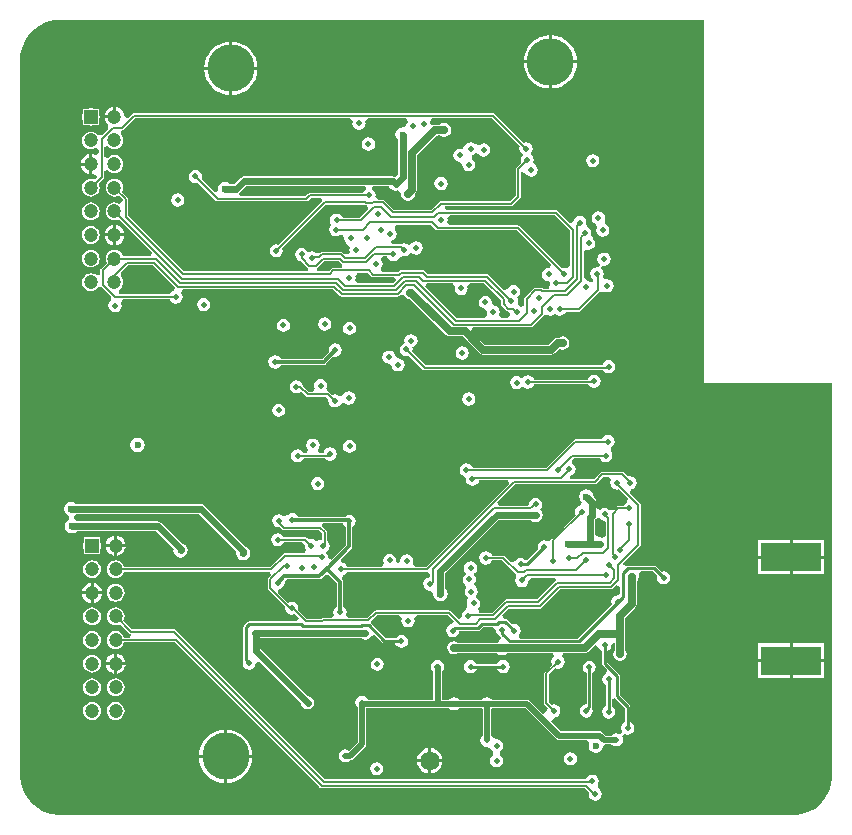
<source format=gbl>
G04*
G04 #@! TF.GenerationSoftware,Altium Limited,Altium Designer,19.1.6 (110)*
G04*
G04 Layer_Physical_Order=4*
G04 Layer_Color=16711680*
%FSLAX43Y43*%
%MOMM*%
G71*
G01*
G75*
%ADD10C,0.200*%
%ADD13C,0.203*%
%ADD14C,0.254*%
%ADD15C,0.300*%
%ADD31R,5.080X2.413*%
%ADD118C,0.635*%
%ADD119C,0.508*%
%ADD120C,0.600*%
%ADD130C,1.625*%
%ADD131C,1.200*%
%ADD132R,1.200X1.200*%
%ADD133C,4.000*%
%ADD134C,0.500*%
%ADD135C,0.600*%
G36*
X34742Y67522D02*
X34747Y67523D01*
X34752Y67522D01*
X89100D01*
Y36750D01*
X99921D01*
X99922Y3500D01*
X99922Y3499D01*
X99922Y3499D01*
X99922Y3483D01*
X99922Y3260D01*
X99866Y2833D01*
X99755Y2418D01*
X99591Y2020D01*
X99377Y1647D01*
X99116Y1305D01*
X98813Y1000D01*
X98473Y736D01*
X98101Y520D01*
X97705Y353D01*
X97290Y239D01*
X96864Y180D01*
X96650Y178D01*
X34602Y178D01*
X34378Y182D01*
X33934Y246D01*
X33503Y368D01*
X33091Y546D01*
X32706Y775D01*
X32354Y1053D01*
X32041Y1375D01*
X31773Y1734D01*
X31554Y2126D01*
X31388Y2542D01*
X31278Y2977D01*
X31225Y3423D01*
X31228Y3647D01*
X31228Y3649D01*
X31228Y3651D01*
Y64191D01*
X31229Y64197D01*
X31230Y64209D01*
X31227Y64228D01*
X31228Y64233D01*
X31236Y64467D01*
X31310Y64906D01*
X31440Y65331D01*
X31624Y65737D01*
X31860Y66114D01*
X32144Y66458D01*
X32469Y66762D01*
X32832Y67021D01*
X33225Y67230D01*
X33642Y67386D01*
X34076Y67486D01*
X34519Y67529D01*
X34742Y67522D01*
D02*
G37*
%LPC*%
G36*
X76227Y66202D02*
Y64077D01*
X78352D01*
X78321Y64392D01*
X78192Y64817D01*
X77983Y65208D01*
X77702Y65552D01*
X77358Y65833D01*
X76967Y66043D01*
X76542Y66171D01*
X76227Y66202D01*
D02*
G37*
G36*
X75973D02*
X75658Y66171D01*
X75233Y66043D01*
X74842Y65833D01*
X74498Y65552D01*
X74217Y65208D01*
X74007Y64817D01*
X73879Y64392D01*
X73848Y64077D01*
X75973D01*
Y66202D01*
D02*
G37*
G36*
X49177Y65652D02*
Y63527D01*
X51302D01*
X51271Y63842D01*
X51143Y64267D01*
X50933Y64658D01*
X50652Y65002D01*
X50308Y65283D01*
X49917Y65493D01*
X49492Y65621D01*
X49177Y65652D01*
D02*
G37*
G36*
X48923D02*
X48608Y65621D01*
X48183Y65493D01*
X47792Y65283D01*
X47448Y65002D01*
X47167Y64658D01*
X46958Y64267D01*
X46829Y63842D01*
X46798Y63527D01*
X48923D01*
Y65652D01*
D02*
G37*
G36*
X78352Y63823D02*
X76227D01*
Y61698D01*
X76542Y61729D01*
X76967Y61857D01*
X77358Y62067D01*
X77702Y62348D01*
X77983Y62692D01*
X78192Y63083D01*
X78321Y63508D01*
X78352Y63823D01*
D02*
G37*
G36*
X75973D02*
X73848D01*
X73879Y63508D01*
X74007Y63083D01*
X74217Y62692D01*
X74498Y62348D01*
X74842Y62067D01*
X75233Y61857D01*
X75658Y61729D01*
X75973Y61698D01*
Y63823D01*
D02*
G37*
G36*
X51302Y63273D02*
X49177D01*
Y61148D01*
X49492Y61179D01*
X49917Y61307D01*
X50308Y61517D01*
X50652Y61798D01*
X50933Y62142D01*
X51143Y62533D01*
X51271Y62958D01*
X51302Y63273D01*
D02*
G37*
G36*
X48923D02*
X46798D01*
X46829Y62958D01*
X46958Y62533D01*
X47167Y62142D01*
X47448Y61798D01*
X47792Y61517D01*
X48183Y61307D01*
X48608Y61179D01*
X48923Y61148D01*
Y63273D01*
D02*
G37*
G36*
X39073Y60145D02*
X38977Y60132D01*
X38769Y60046D01*
X38591Y59909D01*
X38454Y59731D01*
X38368Y59523D01*
X38355Y59427D01*
X39073D01*
Y60145D01*
D02*
G37*
G36*
X37200Y60056D02*
X37004Y60031D01*
X36930Y60000D01*
X36500D01*
Y59570D01*
X36469Y59496D01*
X36444Y59300D01*
X36469Y59104D01*
X36500Y59030D01*
Y58600D01*
X36930D01*
X37004Y58569D01*
X37200Y58544D01*
X37396Y58569D01*
X37470Y58600D01*
X37900D01*
Y59030D01*
X37931Y59104D01*
X37956Y59300D01*
X37931Y59496D01*
X37900Y59570D01*
Y60000D01*
X37470D01*
X37396Y60031D01*
X37200Y60056D01*
D02*
G37*
G36*
X39327Y60145D02*
Y59300D01*
X39200D01*
Y59173D01*
X38355D01*
X38368Y59077D01*
X38454Y58869D01*
X38591Y58691D01*
X38637Y58656D01*
X38689Y58313D01*
X38674Y58269D01*
X38152Y57747D01*
X38089Y57732D01*
X37770Y57789D01*
X37735Y57835D01*
X37578Y57955D01*
X37396Y58031D01*
X37200Y58056D01*
X37004Y58031D01*
X36822Y57955D01*
X36665Y57835D01*
X36545Y57678D01*
X36469Y57496D01*
X36444Y57300D01*
X36469Y57104D01*
X36545Y56922D01*
X36665Y56765D01*
X36822Y56645D01*
X37004Y56569D01*
X37200Y56544D01*
X37396Y56569D01*
X37578Y56645D01*
X37613Y56672D01*
X37913Y56524D01*
Y56207D01*
X37631Y56046D01*
X37423Y56132D01*
X37327Y56145D01*
Y55300D01*
Y54455D01*
X37423Y54468D01*
X37732Y54271D01*
X37746Y54174D01*
X37524Y53977D01*
X37396Y54031D01*
X37200Y54056D01*
X37004Y54031D01*
X36822Y53955D01*
X36665Y53835D01*
X36545Y53678D01*
X36469Y53496D01*
X36444Y53300D01*
X36469Y53104D01*
X36545Y52922D01*
X36665Y52765D01*
X36822Y52645D01*
X37004Y52569D01*
X37200Y52544D01*
X37396Y52569D01*
X37578Y52645D01*
X37735Y52765D01*
X37855Y52922D01*
X37931Y53104D01*
X37956Y53300D01*
X37931Y53496D01*
X37859Y53668D01*
X38264Y54074D01*
X38264Y54074D01*
X38309Y54140D01*
X38325Y54219D01*
Y54716D01*
X38625Y54818D01*
X38665Y54765D01*
X38822Y54645D01*
X39004Y54569D01*
X39200Y54544D01*
X39396Y54569D01*
X39578Y54645D01*
X39735Y54765D01*
X39855Y54922D01*
X39931Y55104D01*
X39956Y55300D01*
X39931Y55496D01*
X39855Y55678D01*
X39735Y55835D01*
X39578Y55955D01*
X39396Y56031D01*
X39200Y56056D01*
X39004Y56031D01*
X38822Y55955D01*
X38665Y55835D01*
X38625Y55782D01*
X38325Y55884D01*
Y56716D01*
X38625Y56818D01*
X38665Y56765D01*
X38822Y56645D01*
X39004Y56569D01*
X39200Y56544D01*
X39396Y56569D01*
X39578Y56645D01*
X39735Y56765D01*
X39855Y56922D01*
X39931Y57104D01*
X39956Y57300D01*
X39931Y57496D01*
X39855Y57678D01*
X39735Y57835D01*
X39722Y57844D01*
X39787Y58094D01*
X39819Y58148D01*
X39879Y58160D01*
X39945Y58205D01*
X40937Y59196D01*
X59176D01*
X59248Y59115D01*
X59368Y58896D01*
X59339Y58750D01*
X59382Y58535D01*
X59503Y58353D01*
X59685Y58232D01*
X59900Y58189D01*
X60115Y58232D01*
X60297Y58353D01*
X60418Y58535D01*
X60461Y58750D01*
X60432Y58893D01*
X60556Y59116D01*
X60626Y59193D01*
X63885D01*
X63956Y59089D01*
X64018Y58893D01*
X63932Y58765D01*
X63906Y58634D01*
X63883Y58547D01*
X63611Y58410D01*
X63600Y58412D01*
X63366Y58365D01*
X63167Y58233D01*
X63035Y58034D01*
X62988Y57800D01*
X63035Y57566D01*
X63167Y57367D01*
X63192Y57351D01*
Y54369D01*
X62968Y54185D01*
X62906Y54227D01*
X62750Y54258D01*
X62750Y54258D01*
X50164D01*
X50164Y54258D01*
X50007Y54227D01*
X49875Y54138D01*
X49320Y53583D01*
X48999D01*
X48983Y53608D01*
X48784Y53740D01*
X48550Y53787D01*
X48316Y53740D01*
X48117Y53608D01*
X47985Y53409D01*
X47938Y53175D01*
X47963Y53052D01*
X47686Y52905D01*
X46563Y54028D01*
X46568Y54035D01*
X46611Y54250D01*
X46568Y54465D01*
X46447Y54647D01*
X46265Y54768D01*
X46050Y54811D01*
X45835Y54768D01*
X45653Y54647D01*
X45532Y54465D01*
X45489Y54250D01*
X45532Y54035D01*
X45653Y53853D01*
X45835Y53732D01*
X46050Y53689D01*
X46265Y53732D01*
X46272Y53737D01*
X47806Y52203D01*
X47806Y52203D01*
X47873Y52159D01*
X47952Y52143D01*
X47952Y52143D01*
X55424D01*
X55424Y52143D01*
X55503Y52159D01*
X55569Y52203D01*
X55811Y52444D01*
X56691D01*
X56755Y52350D01*
X56806Y52144D01*
X53124Y48462D01*
X53115Y48468D01*
X52900Y48511D01*
X52685Y48468D01*
X52503Y48347D01*
X52382Y48165D01*
X52339Y47950D01*
X52382Y47735D01*
X52503Y47553D01*
X52685Y47432D01*
X52900Y47389D01*
X53115Y47432D01*
X53297Y47553D01*
X53418Y47735D01*
X53461Y47950D01*
X53418Y48165D01*
X53412Y48174D01*
X57088Y51849D01*
X60346D01*
X60403Y51812D01*
X60481Y51796D01*
X60481Y51796D01*
X60580D01*
X60705Y51496D01*
X59964Y50756D01*
X58520D01*
X58518Y50765D01*
X58397Y50947D01*
X58215Y51068D01*
X58000Y51111D01*
X57785Y51068D01*
X57603Y50947D01*
X57482Y50765D01*
X57439Y50550D01*
X57482Y50335D01*
X57591Y50172D01*
X57553Y50147D01*
X57432Y49965D01*
X57389Y49750D01*
X57432Y49535D01*
X57553Y49353D01*
X57735Y49232D01*
X57950Y49189D01*
X58165Y49232D01*
X58315Y49332D01*
X58386Y49347D01*
X58424Y49341D01*
X58434Y49336D01*
X58641Y49008D01*
X58639Y49000D01*
X58682Y48785D01*
X58803Y48603D01*
X58985Y48482D01*
X59132Y48215D01*
X59089Y48000D01*
X59118Y47854D01*
X59031Y47696D01*
X58837Y47653D01*
X58673Y47671D01*
X58544Y47800D01*
X58477Y47845D01*
X58399Y47860D01*
X58399Y47860D01*
X56734D01*
X56734Y47860D01*
X56655Y47845D01*
X56588Y47800D01*
X56301Y47777D01*
X56164Y47868D01*
X55950Y47911D01*
X55735Y47868D01*
X55668Y47823D01*
X55568Y47865D01*
X55447Y48047D01*
X55265Y48168D01*
X55050Y48211D01*
X54835Y48168D01*
X54653Y48047D01*
X54532Y47865D01*
X54489Y47650D01*
X54532Y47435D01*
X54653Y47253D01*
X54835Y47132D01*
X54986Y47102D01*
X55535Y46553D01*
X55601Y46508D01*
X55624Y46504D01*
X55595Y46204D01*
X45086D01*
X40356Y50935D01*
Y52350D01*
X40340Y52429D01*
X40295Y52495D01*
X40295Y52495D01*
X39859Y52932D01*
X39931Y53104D01*
X39956Y53300D01*
X39931Y53496D01*
X39855Y53678D01*
X39735Y53835D01*
X39578Y53955D01*
X39396Y54031D01*
X39200Y54056D01*
X39004Y54031D01*
X38822Y53955D01*
X38665Y53835D01*
X38545Y53678D01*
X38469Y53496D01*
X38444Y53300D01*
X38469Y53104D01*
X38545Y52922D01*
X38665Y52765D01*
X38822Y52645D01*
X39004Y52569D01*
X39200Y52544D01*
X39396Y52569D01*
X39568Y52641D01*
X39897Y52313D01*
X39904Y52246D01*
X39878Y52055D01*
X39598Y51940D01*
X39578Y51955D01*
X39396Y52031D01*
X39200Y52056D01*
X39004Y52031D01*
X38822Y51955D01*
X38665Y51835D01*
X38545Y51678D01*
X38469Y51496D01*
X38444Y51300D01*
X38469Y51104D01*
X38545Y50922D01*
X38665Y50765D01*
X38822Y50645D01*
X39004Y50569D01*
X39200Y50544D01*
X39396Y50569D01*
X39568Y50641D01*
X42404Y47806D01*
X42279Y47506D01*
X39927D01*
X39855Y47678D01*
X39735Y47835D01*
X39578Y47955D01*
X39396Y48031D01*
X39200Y48056D01*
X39004Y48031D01*
X38822Y47955D01*
X38665Y47835D01*
X38545Y47678D01*
X38469Y47496D01*
X38444Y47300D01*
X38469Y47104D01*
X38541Y46932D01*
X38055Y46445D01*
X38010Y46379D01*
X37994Y46300D01*
X37994Y46300D01*
Y45989D01*
X37852Y45905D01*
X37694Y45866D01*
X37578Y45955D01*
X37396Y46031D01*
X37200Y46056D01*
X37004Y46031D01*
X36822Y45955D01*
X36665Y45835D01*
X36545Y45678D01*
X36469Y45496D01*
X36444Y45300D01*
X36469Y45104D01*
X36545Y44922D01*
X36665Y44765D01*
X36822Y44645D01*
X37004Y44569D01*
X37200Y44544D01*
X37396Y44569D01*
X37578Y44645D01*
X37735Y44765D01*
X37779Y44823D01*
X37839Y44850D01*
X38076Y44871D01*
X38152Y44853D01*
X38926Y44079D01*
X38872Y43709D01*
X38853Y43697D01*
X38732Y43515D01*
X38689Y43300D01*
X38732Y43085D01*
X38853Y42903D01*
X39035Y42782D01*
X39250Y42739D01*
X39465Y42782D01*
X39647Y42903D01*
X39768Y43085D01*
X39811Y43300D01*
X39768Y43515D01*
X39748Y43544D01*
X39909Y43844D01*
X43880D01*
X43882Y43835D01*
X44003Y43653D01*
X44185Y43532D01*
X44400Y43489D01*
X44615Y43532D01*
X44797Y43653D01*
X44918Y43835D01*
X44961Y44050D01*
X44918Y44265D01*
X44830Y44396D01*
X44887Y44583D01*
X44963Y44696D01*
X57735D01*
X58284Y44147D01*
X58284Y44147D01*
X58351Y44102D01*
X58429Y44086D01*
X63162D01*
X63162Y44086D01*
X63241Y44102D01*
X63307Y44147D01*
X63413Y44252D01*
X63710Y44190D01*
X63747Y44162D01*
X63853Y44003D01*
X64035Y43882D01*
X64250Y43839D01*
X64257Y43841D01*
X67271Y40827D01*
X67409Y40734D01*
X67572Y40702D01*
X68673D01*
X70093Y39281D01*
X70232Y39189D01*
X70394Y39157D01*
X76159D01*
X76322Y39189D01*
X76460Y39281D01*
X76861Y39682D01*
X76935Y39632D01*
X77150Y39589D01*
X77364Y39632D01*
X77546Y39753D01*
X77668Y39935D01*
X77711Y40150D01*
X77668Y40365D01*
X77546Y40546D01*
X77364Y40668D01*
X77150Y40711D01*
X76935Y40668D01*
X76797Y40576D01*
X76727D01*
X76564Y40543D01*
X76426Y40451D01*
X75983Y40008D01*
X70571D01*
X69388Y41191D01*
X69512Y41491D01*
X74468D01*
X74468Y41491D01*
X74547Y41507D01*
X74614Y41551D01*
X75481Y42419D01*
X75561Y42485D01*
X75835Y42496D01*
X75880Y42485D01*
X75885Y42482D01*
X76100Y42439D01*
X76314Y42482D01*
X76503Y42603D01*
X76685Y42482D01*
X76900Y42439D01*
X77115Y42482D01*
X77297Y42603D01*
X77418Y42785D01*
X77420Y42794D01*
X78500D01*
X78500Y42794D01*
X78579Y42810D01*
X78645Y42855D01*
X80247Y44456D01*
X80247Y44456D01*
X80247Y44456D01*
X80288Y44480D01*
X80522Y44538D01*
X80600Y44539D01*
X80685Y44482D01*
X80900Y44439D01*
X81114Y44482D01*
X81296Y44603D01*
X81418Y44785D01*
X81461Y45000D01*
X81418Y45215D01*
X81296Y45396D01*
X81114Y45518D01*
X80900Y45561D01*
X80760Y45533D01*
X80585Y45727D01*
X80562Y45776D01*
X80568Y45785D01*
X80611Y46000D01*
X80568Y46215D01*
X80446Y46396D01*
X80388Y46435D01*
X80505Y46718D01*
X80650Y46689D01*
X80864Y46732D01*
X81046Y46853D01*
X81168Y47035D01*
X81211Y47250D01*
X81168Y47465D01*
X81046Y47646D01*
X80864Y47768D01*
X80650Y47811D01*
X80435Y47768D01*
X80253Y47646D01*
X80132Y47465D01*
X80089Y47250D01*
X80132Y47035D01*
X80253Y46853D01*
X80311Y46815D01*
X80194Y46532D01*
X80050Y46561D01*
X79835Y46518D01*
X79653Y46396D01*
X79532Y46215D01*
X79489Y46000D01*
X79532Y45785D01*
X79653Y45603D01*
X79706Y45568D01*
X79712Y45309D01*
X79496Y45296D01*
X79314Y45418D01*
X79100Y45461D01*
X78913Y45729D01*
Y47869D01*
X79041Y47991D01*
X79091Y48028D01*
X79136Y48050D01*
X79204Y48068D01*
X79350Y48039D01*
X79565Y48082D01*
X79747Y48203D01*
X79868Y48385D01*
X79911Y48600D01*
X79868Y48815D01*
X79747Y48997D01*
X79705Y49025D01*
X79518Y49285D01*
X79561Y49500D01*
X79518Y49715D01*
X79397Y49897D01*
X79215Y50018D01*
X79158Y50335D01*
X79161Y50350D01*
X79118Y50564D01*
X78996Y50746D01*
X78814Y50868D01*
X78600Y50911D01*
X78385Y50868D01*
X78203Y50746D01*
X78082Y50564D01*
X78052Y50413D01*
X77869Y50318D01*
X77746Y50295D01*
X76698Y51343D01*
X76631Y51387D01*
X76553Y51403D01*
X76553Y51403D01*
X67308D01*
X67147Y51703D01*
X67178Y51749D01*
X72803D01*
X72881Y51765D01*
X72947Y51809D01*
X73544Y52406D01*
X73544Y52406D01*
X73588Y52472D01*
X73604Y52550D01*
X73604Y52550D01*
Y54540D01*
X73614Y54561D01*
X73656Y54586D01*
X73964Y54575D01*
X74086Y54393D01*
X74268Y54272D01*
X74482Y54229D01*
X74697Y54272D01*
X74879Y54393D01*
X75000Y54575D01*
X75043Y54790D01*
X75000Y55005D01*
X74879Y55187D01*
X74868Y55194D01*
X74668Y55435D01*
X74711Y55650D01*
X74668Y55865D01*
X74547Y56047D01*
X74447Y56113D01*
Y56203D01*
X74568Y56385D01*
X74611Y56600D01*
X74568Y56815D01*
X74447Y56997D01*
X74265Y57118D01*
X74050Y57161D01*
X73835Y57118D01*
X73828Y57113D01*
X71397Y59544D01*
X71330Y59588D01*
X71252Y59604D01*
X71252Y59604D01*
X60186D01*
X60170Y59607D01*
X60170Y59607D01*
X40852D01*
X40852Y59607D01*
X40773Y59591D01*
X40706Y59547D01*
X40706Y59547D01*
X40349Y59190D01*
X40127Y59275D01*
X40058Y59323D01*
X40032Y59523D01*
X39946Y59731D01*
X39809Y59909D01*
X39631Y60046D01*
X39423Y60132D01*
X39327Y60145D01*
D02*
G37*
G36*
X60700Y57561D02*
X60485Y57518D01*
X60303Y57397D01*
X60182Y57215D01*
X60139Y57000D01*
X60182Y56785D01*
X60303Y56603D01*
X60485Y56482D01*
X60700Y56439D01*
X60915Y56482D01*
X61097Y56603D01*
X61218Y56785D01*
X61261Y57000D01*
X61218Y57215D01*
X61097Y57397D01*
X60915Y57518D01*
X60700Y57561D01*
D02*
G37*
G36*
X37073Y56145D02*
X36977Y56132D01*
X36769Y56046D01*
X36591Y55909D01*
X36454Y55731D01*
X36368Y55523D01*
X36355Y55427D01*
X37073D01*
Y56145D01*
D02*
G37*
G36*
X79700Y56136D02*
X79485Y56093D01*
X79303Y55972D01*
X79182Y55790D01*
X79139Y55575D01*
X79182Y55360D01*
X79303Y55178D01*
X79485Y55057D01*
X79700Y55014D01*
X79915Y55057D01*
X80096Y55178D01*
X80218Y55360D01*
X80261Y55575D01*
X80218Y55790D01*
X80096Y55972D01*
X79915Y56093D01*
X79700Y56136D01*
D02*
G37*
G36*
X37073Y55173D02*
X36355D01*
X36368Y55077D01*
X36454Y54869D01*
X36591Y54691D01*
X36769Y54554D01*
X36977Y54468D01*
X37073Y54455D01*
Y55173D01*
D02*
G37*
G36*
X44550Y52811D02*
X44335Y52768D01*
X44153Y52647D01*
X44032Y52465D01*
X43989Y52250D01*
X44032Y52035D01*
X44153Y51853D01*
X44335Y51732D01*
X44550Y51689D01*
X44765Y51732D01*
X44947Y51853D01*
X45068Y52035D01*
X45111Y52250D01*
X45068Y52465D01*
X44947Y52647D01*
X44765Y52768D01*
X44550Y52811D01*
D02*
G37*
G36*
X37200Y52056D02*
X37004Y52031D01*
X36822Y51955D01*
X36665Y51835D01*
X36545Y51678D01*
X36469Y51496D01*
X36444Y51300D01*
X36469Y51104D01*
X36545Y50922D01*
X36665Y50765D01*
X36822Y50645D01*
X37004Y50569D01*
X37200Y50544D01*
X37396Y50569D01*
X37578Y50645D01*
X37735Y50765D01*
X37855Y50922D01*
X37931Y51104D01*
X37956Y51300D01*
X37931Y51496D01*
X37855Y51678D01*
X37735Y51835D01*
X37578Y51955D01*
X37396Y52031D01*
X37200Y52056D01*
D02*
G37*
G36*
X39327Y50145D02*
Y49427D01*
X40045D01*
X40032Y49523D01*
X39946Y49731D01*
X39809Y49909D01*
X39631Y50046D01*
X39423Y50132D01*
X39327Y50145D01*
D02*
G37*
G36*
X39073D02*
X38977Y50132D01*
X38769Y50046D01*
X38591Y49909D01*
X38454Y49731D01*
X38368Y49523D01*
X38355Y49427D01*
X39073D01*
Y50145D01*
D02*
G37*
G36*
X80177Y51284D02*
X79962Y51241D01*
X79780Y51120D01*
X79659Y50938D01*
X79616Y50723D01*
X79659Y50508D01*
X79780Y50326D01*
X79962Y50205D01*
X80032Y49915D01*
X79989Y49700D01*
X80032Y49485D01*
X80153Y49303D01*
X80335Y49182D01*
X80550Y49139D01*
X80765Y49182D01*
X80947Y49303D01*
X81068Y49485D01*
X81111Y49700D01*
X81068Y49915D01*
X80947Y50097D01*
X80765Y50218D01*
X80695Y50508D01*
X80738Y50723D01*
X80695Y50938D01*
X80574Y51120D01*
X80392Y51241D01*
X80177Y51284D01*
D02*
G37*
G36*
X37200Y50056D02*
X37004Y50031D01*
X36822Y49955D01*
X36665Y49835D01*
X36545Y49678D01*
X36469Y49496D01*
X36444Y49300D01*
X36469Y49104D01*
X36545Y48922D01*
X36665Y48765D01*
X36822Y48645D01*
X37004Y48569D01*
X37200Y48544D01*
X37396Y48569D01*
X37578Y48645D01*
X37735Y48765D01*
X37855Y48922D01*
X37931Y49104D01*
X37956Y49300D01*
X37931Y49496D01*
X37855Y49678D01*
X37735Y49835D01*
X37578Y49955D01*
X37396Y50031D01*
X37200Y50056D01*
D02*
G37*
G36*
X40045Y49173D02*
X39327D01*
Y48455D01*
X39423Y48468D01*
X39631Y48554D01*
X39809Y48691D01*
X39946Y48869D01*
X40032Y49077D01*
X40045Y49173D01*
D02*
G37*
G36*
X39073D02*
X38355D01*
X38368Y49077D01*
X38454Y48869D01*
X38591Y48691D01*
X38769Y48554D01*
X38977Y48468D01*
X39073Y48455D01*
Y49173D01*
D02*
G37*
G36*
X37200Y48056D02*
X37004Y48031D01*
X36822Y47955D01*
X36665Y47835D01*
X36545Y47678D01*
X36469Y47496D01*
X36444Y47300D01*
X36469Y47104D01*
X36545Y46922D01*
X36665Y46765D01*
X36822Y46645D01*
X37004Y46569D01*
X37200Y46544D01*
X37396Y46569D01*
X37578Y46645D01*
X37735Y46765D01*
X37855Y46922D01*
X37931Y47104D01*
X37956Y47300D01*
X37931Y47496D01*
X37855Y47678D01*
X37735Y47835D01*
X37578Y47955D01*
X37396Y48031D01*
X37200Y48056D01*
D02*
G37*
G36*
X46750Y43961D02*
X46535Y43918D01*
X46353Y43797D01*
X46232Y43615D01*
X46189Y43400D01*
X46232Y43185D01*
X46353Y43003D01*
X46535Y42882D01*
X46750Y42839D01*
X46965Y42882D01*
X47147Y43003D01*
X47268Y43185D01*
X47311Y43400D01*
X47268Y43615D01*
X47147Y43797D01*
X46965Y43918D01*
X46750Y43961D01*
D02*
G37*
G36*
X57000Y42311D02*
X56785Y42268D01*
X56603Y42147D01*
X56482Y41965D01*
X56439Y41750D01*
X56482Y41535D01*
X56603Y41353D01*
X56785Y41232D01*
X57000Y41189D01*
X57215Y41232D01*
X57397Y41353D01*
X57518Y41535D01*
X57561Y41750D01*
X57518Y41965D01*
X57397Y42147D01*
X57215Y42268D01*
X57000Y42311D01*
D02*
G37*
G36*
X53500Y42211D02*
X53285Y42168D01*
X53103Y42047D01*
X52982Y41865D01*
X52939Y41650D01*
X52982Y41435D01*
X53103Y41253D01*
X53285Y41132D01*
X53500Y41089D01*
X53715Y41132D01*
X53897Y41253D01*
X54018Y41435D01*
X54061Y41650D01*
X54018Y41865D01*
X53897Y42047D01*
X53715Y42168D01*
X53500Y42211D01*
D02*
G37*
G36*
X59100Y41961D02*
X58885Y41918D01*
X58703Y41797D01*
X58582Y41615D01*
X58539Y41400D01*
X58582Y41185D01*
X58703Y41003D01*
X58885Y40882D01*
X59100Y40839D01*
X59315Y40882D01*
X59497Y41003D01*
X59618Y41185D01*
X59661Y41400D01*
X59618Y41615D01*
X59497Y41797D01*
X59315Y41918D01*
X59100Y41961D01*
D02*
G37*
G36*
X57900Y40111D02*
X57685Y40068D01*
X57503Y39947D01*
X57382Y39765D01*
X57339Y39550D01*
X57372Y39383D01*
X56794Y38805D01*
X53291D01*
X53197Y38947D01*
X53015Y39068D01*
X52800Y39111D01*
X52585Y39068D01*
X52403Y38947D01*
X52282Y38765D01*
X52239Y38550D01*
X52282Y38335D01*
X52403Y38153D01*
X52585Y38032D01*
X52800Y37989D01*
X53015Y38032D01*
X53197Y38153D01*
X53291Y38295D01*
X56900D01*
X56998Y38315D01*
X57080Y38370D01*
X57733Y39022D01*
X57900Y38989D01*
X58115Y39032D01*
X58297Y39153D01*
X58418Y39335D01*
X58461Y39550D01*
X58418Y39765D01*
X58297Y39947D01*
X58115Y40068D01*
X57900Y40111D01*
D02*
G37*
G36*
X68650Y39861D02*
X68435Y39818D01*
X68253Y39697D01*
X68132Y39515D01*
X68089Y39300D01*
X68132Y39085D01*
X68253Y38903D01*
X68435Y38782D01*
X68650Y38739D01*
X68865Y38782D01*
X69047Y38903D01*
X69168Y39085D01*
X69211Y39300D01*
X69168Y39515D01*
X69047Y39697D01*
X68865Y39818D01*
X68650Y39861D01*
D02*
G37*
G36*
X62450Y39511D02*
X62235Y39468D01*
X62053Y39347D01*
X61932Y39165D01*
X61889Y38950D01*
X61932Y38735D01*
X62053Y38553D01*
X62235Y38432D01*
X62450Y38389D01*
X62639Y38300D01*
X62682Y38085D01*
X62803Y37903D01*
X62985Y37782D01*
X63200Y37739D01*
X63415Y37782D01*
X63597Y37903D01*
X63718Y38085D01*
X63761Y38300D01*
X63718Y38515D01*
X63597Y38697D01*
X63415Y38818D01*
X63200Y38861D01*
X63011Y38950D01*
X62968Y39165D01*
X62847Y39347D01*
X62665Y39468D01*
X62450Y39511D01*
D02*
G37*
G36*
X64300Y40911D02*
X64085Y40868D01*
X63903Y40746D01*
X63782Y40565D01*
X63739Y40350D01*
X63781Y40137D01*
X63685Y40118D01*
X63503Y39997D01*
X63382Y39815D01*
X63339Y39600D01*
X63382Y39385D01*
X63503Y39203D01*
X63685Y39082D01*
X63900Y39039D01*
X64115Y39082D01*
X64122Y39087D01*
X65305Y37905D01*
X65371Y37860D01*
X65450Y37844D01*
X65450Y37844D01*
X80593D01*
X80653Y37753D01*
X80835Y37632D01*
X81050Y37589D01*
X81265Y37632D01*
X81447Y37753D01*
X81568Y37935D01*
X81611Y38150D01*
X81568Y38365D01*
X81447Y38547D01*
X81265Y38668D01*
X81050Y38711D01*
X80835Y38668D01*
X80653Y38547D01*
X80532Y38365D01*
X80510Y38256D01*
X65535D01*
X64413Y39378D01*
X64418Y39385D01*
X64461Y39600D01*
X64418Y39813D01*
X64514Y39832D01*
X64696Y39953D01*
X64818Y40135D01*
X64861Y40350D01*
X64818Y40565D01*
X64696Y40746D01*
X64514Y40868D01*
X64300Y40911D01*
D02*
G37*
G36*
X79800Y37461D02*
X79585Y37418D01*
X79403Y37297D01*
X79282Y37115D01*
X79270Y37056D01*
X74720D01*
X74718Y37065D01*
X74597Y37247D01*
X74415Y37368D01*
X74200Y37411D01*
X73985Y37368D01*
X73803Y37247D01*
X73770Y37197D01*
X73647D01*
X73465Y37318D01*
X73250Y37361D01*
X73035Y37318D01*
X72853Y37197D01*
X72732Y37015D01*
X72689Y36800D01*
X72732Y36585D01*
X72853Y36403D01*
X73035Y36282D01*
X73250Y36239D01*
X73465Y36282D01*
X73647Y36403D01*
X73680Y36453D01*
X73803D01*
X73985Y36332D01*
X74200Y36289D01*
X74415Y36332D01*
X74597Y36453D01*
X74718Y36635D01*
X74720Y36644D01*
X79309D01*
X79403Y36503D01*
X79585Y36382D01*
X79800Y36339D01*
X80015Y36382D01*
X80197Y36503D01*
X80318Y36685D01*
X80361Y36900D01*
X80318Y37115D01*
X80197Y37297D01*
X80015Y37418D01*
X79800Y37461D01*
D02*
G37*
G36*
X56650Y37111D02*
X56435Y37068D01*
X56253Y36947D01*
X56132Y36765D01*
X56089Y36550D01*
X56132Y36335D01*
X56152Y36306D01*
X55992Y36006D01*
X55635D01*
X55153Y36487D01*
X55118Y36665D01*
X54997Y36847D01*
X54815Y36968D01*
X54600Y37011D01*
X54385Y36968D01*
X54203Y36847D01*
X54082Y36665D01*
X54039Y36450D01*
X54082Y36235D01*
X54203Y36053D01*
X54385Y35932D01*
X54600Y35889D01*
X54815Y35932D01*
X54997Y36053D01*
X55005Y36054D01*
X55405Y35655D01*
X55405Y35655D01*
X55471Y35610D01*
X55550Y35594D01*
X55550Y35594D01*
X57075D01*
X57093Y35585D01*
X57306Y35332D01*
X57289Y35250D01*
X57332Y35035D01*
X57453Y34853D01*
X57635Y34732D01*
X57850Y34689D01*
X58065Y34732D01*
X58247Y34853D01*
X58353Y35013D01*
X58488Y35054D01*
X58684Y35083D01*
X58835Y34982D01*
X59050Y34939D01*
X59265Y34982D01*
X59447Y35103D01*
X59568Y35285D01*
X59611Y35500D01*
X59568Y35715D01*
X59447Y35897D01*
X59265Y36018D01*
X59050Y36061D01*
X58835Y36018D01*
X58653Y35897D01*
X58547Y35737D01*
X58412Y35696D01*
X58216Y35667D01*
X58065Y35768D01*
X57850Y35811D01*
X57635Y35768D01*
X57628Y35763D01*
X57445Y35945D01*
X57379Y35990D01*
X57300Y36006D01*
X57300Y36006D01*
X57148Y36306D01*
X57168Y36335D01*
X57211Y36550D01*
X57168Y36765D01*
X57047Y36947D01*
X56865Y37068D01*
X56650Y37111D01*
D02*
G37*
G36*
X69200Y35961D02*
X68985Y35918D01*
X68803Y35797D01*
X68682Y35615D01*
X68639Y35400D01*
X68682Y35185D01*
X68803Y35003D01*
X68985Y34882D01*
X69200Y34839D01*
X69415Y34882D01*
X69597Y35003D01*
X69718Y35185D01*
X69761Y35400D01*
X69718Y35615D01*
X69597Y35797D01*
X69415Y35918D01*
X69200Y35961D01*
D02*
G37*
G36*
X53100Y35011D02*
X52885Y34968D01*
X52703Y34847D01*
X52582Y34665D01*
X52539Y34450D01*
X52582Y34235D01*
X52703Y34053D01*
X52885Y33932D01*
X53100Y33889D01*
X53315Y33932D01*
X53497Y34053D01*
X53618Y34235D01*
X53661Y34450D01*
X53618Y34665D01*
X53497Y34847D01*
X53315Y34968D01*
X53100Y35011D01*
D02*
G37*
G36*
X81000Y32361D02*
X80785Y32318D01*
X80603Y32197D01*
X80482Y32015D01*
X80480Y32006D01*
X78229D01*
X78228Y32006D01*
X78150Y31990D01*
X78083Y31945D01*
X75743Y29606D01*
X69520D01*
X69518Y29615D01*
X69397Y29797D01*
X69215Y29918D01*
X69000Y29961D01*
X68785Y29918D01*
X68603Y29797D01*
X68482Y29615D01*
X68439Y29400D01*
X68482Y29185D01*
X68603Y29003D01*
X68785Y28882D01*
X68941Y28608D01*
X68983Y28393D01*
X69105Y28211D01*
X69287Y28090D01*
X69501Y28047D01*
X69716Y28090D01*
X69898Y28211D01*
X70020Y28393D01*
X70049Y28543D01*
X72478D01*
X72602Y28243D01*
X65565Y21206D01*
X64642D01*
X64473Y21477D01*
X64472Y21506D01*
X64511Y21700D01*
X64468Y21915D01*
X64347Y22097D01*
X64165Y22218D01*
X63950Y22261D01*
X63735Y22218D01*
X63553Y22097D01*
X63432Y21915D01*
X63389Y21700D01*
X63216Y21498D01*
X63056Y21725D01*
X63061Y21750D01*
X63018Y21965D01*
X62897Y22147D01*
X62715Y22268D01*
X62500Y22311D01*
X62285Y22268D01*
X62103Y22147D01*
X61982Y21965D01*
X61939Y21750D01*
X61982Y21535D01*
X62002Y21506D01*
X61841Y21206D01*
X58920D01*
X58918Y21215D01*
X58797Y21397D01*
X58615Y21518D01*
X58480Y21545D01*
X58372Y21769D01*
X58361Y21851D01*
X59255Y22745D01*
X59311Y22827D01*
X59330Y22925D01*
Y24549D01*
X59472Y24643D01*
X59593Y24825D01*
X59636Y25040D01*
X59593Y25254D01*
X59472Y25436D01*
X59290Y25558D01*
X59075Y25601D01*
X58860Y25558D01*
X58706Y25455D01*
X54741D01*
X54647Y25597D01*
X54465Y25718D01*
X54250Y25761D01*
X54035Y25718D01*
X53853Y25597D01*
X53822Y25549D01*
X53512Y25499D01*
X53467Y25516D01*
X53315Y25618D01*
X53100Y25661D01*
X52885Y25618D01*
X52703Y25497D01*
X52582Y25315D01*
X52539Y25100D01*
X52582Y24885D01*
X52703Y24703D01*
X52885Y24582D01*
X53100Y24539D01*
X53200Y24559D01*
X53403Y24356D01*
X53403Y24356D01*
X53470Y24312D01*
X53548Y24296D01*
X53548Y24296D01*
X56535D01*
X56796Y24035D01*
Y23500D01*
X56635Y23468D01*
X56583Y23433D01*
X56300Y23402D01*
X56163Y23452D01*
X56065Y23518D01*
X55850Y23561D01*
X55635Y23518D01*
X55628Y23513D01*
X55495Y23645D01*
X55429Y23690D01*
X55350Y23706D01*
X55350Y23706D01*
X53545D01*
X53543Y23715D01*
X53422Y23897D01*
X53240Y24018D01*
X53025Y24061D01*
X52810Y24018D01*
X52628Y23897D01*
X52507Y23715D01*
X52464Y23500D01*
X52507Y23285D01*
X52628Y23103D01*
X52810Y22982D01*
X53025Y22939D01*
X53240Y22982D01*
X53422Y23103D01*
X53543Y23285D01*
X53545Y23294D01*
X55052D01*
X55290Y23005D01*
X55289Y23000D01*
X55332Y22785D01*
X55419Y22656D01*
X55359Y22464D01*
X55286Y22356D01*
X53600D01*
X53521Y22340D01*
X53455Y22295D01*
X53455Y22295D01*
X52365Y21206D01*
X40027D01*
X39955Y21378D01*
X39835Y21535D01*
X39678Y21655D01*
X39496Y21731D01*
X39300Y21756D01*
X39104Y21731D01*
X38922Y21655D01*
X38765Y21535D01*
X38645Y21378D01*
X38569Y21196D01*
X38544Y21000D01*
X38569Y20804D01*
X38645Y20622D01*
X38765Y20465D01*
X38922Y20345D01*
X39104Y20269D01*
X39300Y20244D01*
X39496Y20269D01*
X39678Y20345D01*
X39835Y20465D01*
X39955Y20622D01*
X40027Y20794D01*
X52328D01*
X52454Y20496D01*
X52241Y20282D01*
X52196Y20216D01*
X52180Y20137D01*
X52180Y20137D01*
Y19364D01*
X52180Y19364D01*
X52196Y19285D01*
X52241Y19219D01*
X53659Y17800D01*
X53639Y17700D01*
X53682Y17485D01*
X53803Y17303D01*
X53985Y17182D01*
X54200Y17139D01*
X54415Y17182D01*
X54469Y17218D01*
X54806Y16881D01*
X54682Y16581D01*
X50600D01*
X50511Y16564D01*
X50436Y16514D01*
X50186Y16264D01*
X50136Y16189D01*
X50119Y16100D01*
Y13319D01*
X50082Y13265D01*
X50039Y13050D01*
X50082Y12835D01*
X50203Y12653D01*
X50385Y12532D01*
X50600Y12489D01*
X50815Y12532D01*
X50997Y12653D01*
X51118Y12835D01*
X51161Y13050D01*
X51151Y13098D01*
X51428Y13245D01*
X54993Y9680D01*
X55032Y9485D01*
X55153Y9303D01*
X55335Y9182D01*
X55550Y9139D01*
X55765Y9182D01*
X55947Y9303D01*
X56068Y9485D01*
X56111Y9700D01*
X56068Y9915D01*
X55947Y10097D01*
X55765Y10218D01*
X55570Y10257D01*
X51558Y14269D01*
Y15192D01*
X60070D01*
X60235Y15082D01*
X60450Y15039D01*
X60665Y15082D01*
X60847Y15203D01*
X60929Y15327D01*
X61170Y15397D01*
X61277Y15403D01*
X61894Y14786D01*
X61969Y14736D01*
X62057Y14719D01*
X62975D01*
X62982Y14685D01*
X63103Y14503D01*
X63285Y14382D01*
X63500Y14339D01*
X63714Y14382D01*
X63896Y14503D01*
X64018Y14685D01*
X64061Y14900D01*
X64018Y15115D01*
X63896Y15297D01*
X63714Y15418D01*
X63500Y15461D01*
X63285Y15418D01*
X63103Y15297D01*
X63026Y15181D01*
X62153D01*
X60894Y16441D01*
X61026Y16714D01*
X61408Y17096D01*
X63326D01*
X63398Y17015D01*
X63518Y16796D01*
X63489Y16650D01*
X63532Y16435D01*
X63653Y16253D01*
X63835Y16132D01*
X64050Y16089D01*
X64265Y16132D01*
X64447Y16253D01*
X64568Y16435D01*
X64611Y16650D01*
X64582Y16796D01*
X64702Y17015D01*
X64774Y17096D01*
X67463D01*
X67905Y16654D01*
X67882Y16530D01*
X67787Y16348D01*
X67635Y16318D01*
X67453Y16197D01*
X67332Y16015D01*
X67289Y15800D01*
X67332Y15585D01*
X67453Y15403D01*
X67635Y15282D01*
X67850Y15239D01*
X68065Y15282D01*
X68247Y15403D01*
X68368Y15585D01*
X68408Y15788D01*
X69947D01*
X70036Y15806D01*
X70111Y15856D01*
X70392Y16137D01*
X71207D01*
X71464Y15890D01*
X71507Y15675D01*
X71628Y15493D01*
X71810Y15372D01*
X71899Y15193D01*
X71791Y14895D01*
X71592Y14762D01*
X71588Y14755D01*
X68298D01*
X68129Y14868D01*
X67915Y14911D01*
X67700Y14868D01*
X67518Y14747D01*
X67397Y14565D01*
X67354Y14350D01*
X67397Y14135D01*
X67518Y13953D01*
X67700Y13832D01*
X67915Y13789D01*
X68129Y13832D01*
X68237Y13904D01*
X71588D01*
X71592Y13897D01*
X71791Y13764D01*
X72025Y13718D01*
X72259Y13764D01*
X72424Y13874D01*
X76304D01*
X76395Y13574D01*
X76353Y13547D01*
X76232Y13365D01*
X76189Y13150D01*
X76232Y12935D01*
X76237Y12928D01*
X75624Y12314D01*
X75579Y12248D01*
X75563Y12169D01*
X75563Y12169D01*
Y9631D01*
X75563Y9631D01*
X75579Y9552D01*
X75624Y9486D01*
X75887Y9222D01*
X75882Y9215D01*
X75839Y9000D01*
X75576Y8785D01*
X75499Y8778D01*
X74422Y9855D01*
X74304Y9933D01*
X74166Y9961D01*
X71145D01*
X71122Y9997D01*
X70940Y10118D01*
X70725Y10161D01*
X70510Y10118D01*
X70328Y9997D01*
X70305Y9961D01*
X68370D01*
X68347Y9997D01*
X68165Y10118D01*
X67950Y10161D01*
X67735Y10118D01*
X67553Y9997D01*
X67530Y9961D01*
X66911D01*
Y12330D01*
X66947Y12353D01*
X67068Y12535D01*
X67111Y12750D01*
X67068Y12965D01*
X66947Y13147D01*
X66765Y13268D01*
X66550Y13311D01*
X66335Y13268D01*
X66153Y13147D01*
X66032Y12965D01*
X65989Y12750D01*
X66032Y12535D01*
X66153Y12353D01*
X66189Y12330D01*
Y9961D01*
X60659D01*
X60561Y10107D01*
X60379Y10228D01*
X60165Y10271D01*
X59950Y10228D01*
X59768Y10107D01*
X59647Y9925D01*
X59604Y9710D01*
X59647Y9496D01*
X59768Y9314D01*
X59789Y9300D01*
Y6350D01*
X59080Y5641D01*
X58965Y5718D01*
X58750Y5761D01*
X58535Y5718D01*
X58353Y5597D01*
X58232Y5415D01*
X58189Y5200D01*
X58232Y4985D01*
X58353Y4803D01*
X58535Y4682D01*
X58750Y4639D01*
X58965Y4682D01*
X59147Y4803D01*
X59173Y4844D01*
X59288Y4867D01*
X59405Y4945D01*
X60405Y5945D01*
X60483Y6062D01*
X60511Y6200D01*
Y9239D01*
X67530D01*
X67553Y9203D01*
X67735Y9082D01*
X67950Y9039D01*
X68165Y9082D01*
X68347Y9203D01*
X68370Y9239D01*
X70305D01*
X70328Y9203D01*
X70389Y9163D01*
Y6920D01*
X70353Y6897D01*
X70232Y6715D01*
X70189Y6500D01*
X70232Y6285D01*
X70353Y6103D01*
X70535Y5982D01*
X70750Y5939D01*
X71032Y5835D01*
X71153Y5653D01*
X71246Y5592D01*
X71256Y5561D01*
Y5289D01*
X71246Y5258D01*
X71153Y5197D01*
X71032Y5015D01*
X70989Y4800D01*
X71032Y4585D01*
X71153Y4403D01*
X71335Y4282D01*
X71550Y4239D01*
X71764Y4282D01*
X71946Y4403D01*
X72068Y4585D01*
X72111Y4800D01*
X72068Y5015D01*
X71946Y5197D01*
X71854Y5258D01*
X71844Y5289D01*
Y5561D01*
X71854Y5592D01*
X71946Y5653D01*
X72068Y5835D01*
X72111Y6050D01*
X72068Y6265D01*
X71946Y6447D01*
X71764Y6568D01*
X71550Y6611D01*
X71268Y6715D01*
X71147Y6897D01*
X71111Y6920D01*
Y9196D01*
X71122Y9203D01*
X71145Y9239D01*
X74017D01*
X76607Y6649D01*
X76724Y6571D01*
X76862Y6543D01*
X79197D01*
X79337Y6350D01*
X79377Y6243D01*
X79338Y6050D01*
X79385Y5816D01*
X79517Y5617D01*
X79716Y5485D01*
X79950Y5438D01*
X80184Y5485D01*
X80383Y5617D01*
X80515Y5816D01*
X80533Y5908D01*
X80606Y6072D01*
X80840Y6189D01*
X81280D01*
X81303Y6153D01*
X81485Y6032D01*
X81700Y5989D01*
X81914Y6032D01*
X82096Y6153D01*
X82218Y6335D01*
X82261Y6550D01*
X82218Y6765D01*
X82155Y6858D01*
X82372Y7075D01*
X82435Y7032D01*
X82650Y6989D01*
X82865Y7032D01*
X83047Y7153D01*
X83168Y7335D01*
X83211Y7550D01*
X83168Y7765D01*
X83047Y7947D01*
X82881Y8057D01*
Y9343D01*
X82864Y9431D01*
X82814Y9506D01*
X81985Y10335D01*
Y11955D01*
X81967Y12044D01*
X81917Y12119D01*
X80931Y13105D01*
Y14043D01*
X81097Y14153D01*
X81218Y14335D01*
X81261Y14550D01*
X81253Y14588D01*
X81505Y14834D01*
X81574Y14817D01*
Y14153D01*
X81482Y14015D01*
X81439Y13800D01*
X81482Y13585D01*
X81603Y13403D01*
X81785Y13282D01*
X82000Y13239D01*
X82215Y13282D01*
X82397Y13403D01*
X82518Y13585D01*
X82561Y13800D01*
X82518Y14015D01*
X82426Y14153D01*
Y15425D01*
Y16874D01*
X83301Y17749D01*
X83393Y17887D01*
X83426Y18050D01*
Y19913D01*
X83432Y19917D01*
X83565Y20116D01*
X83612Y20350D01*
X83573Y20546D01*
X83603Y20637D01*
X83751Y20846D01*
X84785D01*
X85165Y20465D01*
X85127Y20270D01*
X85169Y20056D01*
X85291Y19874D01*
X85473Y19752D01*
X85688Y19710D01*
X85902Y19752D01*
X86084Y19874D01*
X86206Y20056D01*
X86248Y20270D01*
X86206Y20485D01*
X86084Y20667D01*
X85902Y20788D01*
X85688Y20831D01*
X85493Y20792D01*
X85045Y21241D01*
X84969Y21291D01*
X84881Y21308D01*
X82649D01*
X82560Y21291D01*
X82316Y21388D01*
X82258Y21438D01*
X82249Y21487D01*
X83695Y22933D01*
X83695Y22933D01*
X83740Y23000D01*
X83756Y23079D01*
Y26450D01*
X83740Y26529D01*
X83695Y26595D01*
X83695Y26595D01*
X82837Y27454D01*
X82838Y27479D01*
X82955Y27760D01*
X83065Y27782D01*
X83247Y27903D01*
X83368Y28085D01*
X83411Y28300D01*
X83368Y28515D01*
X83247Y28697D01*
X83065Y28818D01*
X82850Y28861D01*
X82708Y28833D01*
X82345Y29195D01*
X82279Y29240D01*
X82200Y29256D01*
X82200Y29256D01*
X80500D01*
X80421Y29240D01*
X80355Y29195D01*
X80355Y29195D01*
X79760Y28601D01*
X77788D01*
X77758Y28901D01*
X77915Y28932D01*
X78097Y29053D01*
X78218Y29235D01*
X78261Y29450D01*
X78218Y29665D01*
X78097Y29847D01*
X77973Y29929D01*
X77913Y30136D01*
X77978Y30239D01*
X78148Y30394D01*
X80280D01*
X80282Y30385D01*
X80403Y30203D01*
X80585Y30082D01*
X80800Y30039D01*
X81015Y30082D01*
X81197Y30203D01*
X81318Y30385D01*
X81361Y30600D01*
X81318Y30815D01*
X81211Y30975D01*
X81212Y31071D01*
X81262Y31314D01*
X81397Y31403D01*
X81518Y31585D01*
X81561Y31800D01*
X81518Y32015D01*
X81397Y32197D01*
X81215Y32318D01*
X81000Y32361D01*
D02*
G37*
G36*
X41150Y32112D02*
X40916Y32065D01*
X40717Y31933D01*
X40585Y31734D01*
X40538Y31500D01*
X40585Y31266D01*
X40717Y31067D01*
X40916Y30935D01*
X41150Y30888D01*
X41384Y30935D01*
X41583Y31067D01*
X41715Y31266D01*
X41762Y31500D01*
X41715Y31734D01*
X41583Y31933D01*
X41384Y32065D01*
X41150Y32112D01*
D02*
G37*
G36*
X59100Y31961D02*
X58885Y31918D01*
X58703Y31797D01*
X58582Y31615D01*
X58539Y31400D01*
X58582Y31185D01*
X58703Y31003D01*
X58885Y30882D01*
X59100Y30839D01*
X59315Y30882D01*
X59497Y31003D01*
X59618Y31185D01*
X59661Y31400D01*
X59618Y31615D01*
X59497Y31797D01*
X59315Y31918D01*
X59100Y31961D01*
D02*
G37*
G36*
X56000Y32061D02*
X55785Y32018D01*
X55603Y31896D01*
X55482Y31715D01*
X55439Y31500D01*
X55482Y31285D01*
X55603Y31103D01*
X55509Y30806D01*
X55220D01*
X55218Y30815D01*
X55097Y30997D01*
X54915Y31118D01*
X54700Y31161D01*
X54485Y31118D01*
X54303Y30997D01*
X54182Y30815D01*
X54139Y30600D01*
X54182Y30385D01*
X54303Y30203D01*
X54485Y30082D01*
X54700Y30039D01*
X54915Y30082D01*
X55097Y30203D01*
X55218Y30385D01*
X55220Y30394D01*
X57026D01*
X57053Y30353D01*
X57235Y30232D01*
X57450Y30189D01*
X57665Y30232D01*
X57847Y30353D01*
X57968Y30535D01*
X58011Y30750D01*
X57968Y30965D01*
X57847Y31147D01*
X57665Y31268D01*
X57450Y31311D01*
X57235Y31268D01*
X57053Y31147D01*
X56932Y30965D01*
X56900Y30806D01*
X56491D01*
X56396Y31103D01*
X56518Y31285D01*
X56561Y31500D01*
X56518Y31715D01*
X56396Y31896D01*
X56214Y32018D01*
X56000Y32061D01*
D02*
G37*
G36*
X56400Y28811D02*
X56185Y28768D01*
X56003Y28647D01*
X55882Y28465D01*
X55839Y28250D01*
X55882Y28035D01*
X56003Y27853D01*
X56185Y27732D01*
X56400Y27689D01*
X56615Y27732D01*
X56797Y27853D01*
X56918Y28035D01*
X56961Y28250D01*
X56918Y28465D01*
X56797Y28647D01*
X56615Y28768D01*
X56400Y28811D01*
D02*
G37*
G36*
X39427Y23845D02*
Y23127D01*
X40145D01*
X40132Y23223D01*
X40046Y23431D01*
X39909Y23609D01*
X39731Y23746D01*
X39523Y23832D01*
X39427Y23845D01*
D02*
G37*
G36*
X39173D02*
X39077Y23832D01*
X38869Y23746D01*
X38691Y23609D01*
X38554Y23431D01*
X38468Y23223D01*
X38455Y23127D01*
X39173D01*
Y23845D01*
D02*
G37*
G36*
X37300Y23756D02*
X37104Y23731D01*
X37030Y23700D01*
X36600D01*
Y23270D01*
X36569Y23196D01*
X36544Y23000D01*
X36569Y22804D01*
X36600Y22730D01*
Y22300D01*
X37030D01*
X37104Y22269D01*
X37300Y22244D01*
X37496Y22269D01*
X37570Y22300D01*
X38000D01*
Y22730D01*
X38031Y22804D01*
X38056Y23000D01*
X38031Y23196D01*
X38000Y23270D01*
Y23700D01*
X37570D01*
X37496Y23731D01*
X37300Y23756D01*
D02*
G37*
G36*
X40145Y22873D02*
X39427D01*
Y22155D01*
X39523Y22168D01*
X39731Y22254D01*
X39909Y22391D01*
X40046Y22569D01*
X40132Y22777D01*
X40145Y22873D01*
D02*
G37*
G36*
X39173D02*
X38455D01*
X38468Y22777D01*
X38554Y22569D01*
X38691Y22391D01*
X38869Y22254D01*
X39077Y22168D01*
X39173Y22155D01*
Y22873D01*
D02*
G37*
G36*
X99294Y23473D02*
X96627D01*
Y22140D01*
X99294D01*
Y23473D01*
D02*
G37*
G36*
X96373D02*
X93706D01*
Y22140D01*
X96373D01*
Y23473D01*
D02*
G37*
G36*
X35550Y26712D02*
X35316Y26665D01*
X35117Y26533D01*
X34985Y26334D01*
X34938Y26100D01*
X34985Y25866D01*
X35117Y25667D01*
X35316Y25535D01*
X35375Y25523D01*
Y25217D01*
X35366Y25215D01*
X35167Y25083D01*
X35035Y24884D01*
X34988Y24650D01*
X35035Y24416D01*
X35167Y24217D01*
X35366Y24085D01*
X35600Y24038D01*
X35834Y24085D01*
X36033Y24217D01*
X36049Y24242D01*
X42681D01*
X44211Y22713D01*
X44188Y22600D01*
X44235Y22366D01*
X44367Y22167D01*
X44566Y22035D01*
X44800Y21988D01*
X45034Y22035D01*
X45233Y22167D01*
X45365Y22366D01*
X45412Y22600D01*
X45365Y22834D01*
X45233Y23033D01*
X45034Y23165D01*
X44881Y23196D01*
X43138Y24938D01*
X43006Y25027D01*
X42850Y25058D01*
X42850Y25058D01*
X36049D01*
X36033Y25083D01*
X35834Y25215D01*
X35775Y25227D01*
Y25510D01*
X35942Y25640D01*
X35983Y25667D01*
X35989Y25677D01*
X36009Y25692D01*
X46331D01*
X49519Y22504D01*
X49488Y22350D01*
X49535Y22116D01*
X49667Y21917D01*
X49866Y21785D01*
X50100Y21738D01*
X50334Y21785D01*
X50533Y21917D01*
X50665Y22116D01*
X50712Y22350D01*
X50665Y22584D01*
X50533Y22783D01*
X50334Y22915D01*
X50244Y22933D01*
X46788Y26388D01*
X46656Y26477D01*
X46500Y26508D01*
X46500Y26508D01*
X35999D01*
X35983Y26533D01*
X35784Y26665D01*
X35550Y26712D01*
D02*
G37*
G36*
X99294Y21886D02*
X96627D01*
Y20552D01*
X99294D01*
Y21886D01*
D02*
G37*
G36*
X96373D02*
X93706D01*
Y20552D01*
X96373D01*
Y21886D01*
D02*
G37*
G36*
X37300Y21756D02*
X37104Y21731D01*
X36922Y21655D01*
X36765Y21535D01*
X36645Y21378D01*
X36569Y21196D01*
X36544Y21000D01*
X36569Y20804D01*
X36645Y20622D01*
X36765Y20465D01*
X36922Y20345D01*
X37104Y20269D01*
X37300Y20244D01*
X37496Y20269D01*
X37678Y20345D01*
X37835Y20465D01*
X37955Y20622D01*
X38031Y20804D01*
X38056Y21000D01*
X38031Y21196D01*
X37955Y21378D01*
X37835Y21535D01*
X37678Y21655D01*
X37496Y21731D01*
X37300Y21756D01*
D02*
G37*
G36*
X37427Y19845D02*
Y19127D01*
X38145D01*
X38132Y19223D01*
X38046Y19431D01*
X37909Y19609D01*
X37731Y19746D01*
X37523Y19832D01*
X37427Y19845D01*
D02*
G37*
G36*
X37173D02*
X37077Y19832D01*
X36869Y19746D01*
X36691Y19609D01*
X36554Y19431D01*
X36468Y19223D01*
X36455Y19127D01*
X37173D01*
Y19845D01*
D02*
G37*
G36*
X39300Y19756D02*
X39104Y19731D01*
X38922Y19655D01*
X38765Y19535D01*
X38645Y19378D01*
X38569Y19196D01*
X38544Y19000D01*
X38569Y18804D01*
X38645Y18622D01*
X38765Y18465D01*
X38922Y18345D01*
X39104Y18269D01*
X39300Y18244D01*
X39496Y18269D01*
X39678Y18345D01*
X39835Y18465D01*
X39955Y18622D01*
X40031Y18804D01*
X40056Y19000D01*
X40031Y19196D01*
X39955Y19378D01*
X39835Y19535D01*
X39678Y19655D01*
X39496Y19731D01*
X39300Y19756D01*
D02*
G37*
G36*
X38145Y18873D02*
X37427D01*
Y18155D01*
X37523Y18168D01*
X37731Y18254D01*
X37909Y18391D01*
X38046Y18569D01*
X38132Y18777D01*
X38145Y18873D01*
D02*
G37*
G36*
X37173D02*
X36455D01*
X36468Y18777D01*
X36554Y18569D01*
X36691Y18391D01*
X36869Y18254D01*
X37077Y18168D01*
X37173Y18155D01*
Y18873D01*
D02*
G37*
G36*
X37300Y17756D02*
X37104Y17731D01*
X36922Y17655D01*
X36765Y17535D01*
X36645Y17378D01*
X36569Y17196D01*
X36544Y17000D01*
X36569Y16804D01*
X36645Y16622D01*
X36765Y16465D01*
X36922Y16345D01*
X37104Y16269D01*
X37300Y16244D01*
X37496Y16269D01*
X37678Y16345D01*
X37835Y16465D01*
X37955Y16622D01*
X38031Y16804D01*
X38056Y17000D01*
X38031Y17196D01*
X37955Y17378D01*
X37835Y17535D01*
X37678Y17655D01*
X37496Y17731D01*
X37300Y17756D01*
D02*
G37*
G36*
X39300D02*
X39104Y17731D01*
X38922Y17655D01*
X38765Y17535D01*
X38645Y17378D01*
X38569Y17196D01*
X38544Y17000D01*
X38569Y16804D01*
X38645Y16622D01*
X38765Y16465D01*
X38922Y16345D01*
X39104Y16269D01*
X39300Y16244D01*
X39496Y16269D01*
X39668Y16341D01*
X40450Y15559D01*
X40450Y15559D01*
X40517Y15515D01*
X40562Y15506D01*
X40533Y15206D01*
X40027D01*
X39955Y15378D01*
X39835Y15535D01*
X39678Y15655D01*
X39496Y15731D01*
X39300Y15756D01*
X39104Y15731D01*
X38922Y15655D01*
X38765Y15535D01*
X38645Y15378D01*
X38569Y15196D01*
X38544Y15000D01*
X38569Y14804D01*
X38645Y14622D01*
X38765Y14465D01*
X38922Y14345D01*
X39104Y14269D01*
X39300Y14244D01*
X39496Y14269D01*
X39678Y14345D01*
X39835Y14465D01*
X39955Y14622D01*
X40027Y14794D01*
X44315D01*
X56608Y2501D01*
X56608Y2501D01*
X56675Y2457D01*
X56753Y2441D01*
X56753Y2441D01*
X79047D01*
X79372Y2116D01*
X79339Y1950D01*
X79382Y1735D01*
X79503Y1553D01*
X79685Y1432D01*
X79900Y1389D01*
X80115Y1432D01*
X80297Y1553D01*
X80418Y1735D01*
X80461Y1950D01*
X80418Y2165D01*
X80297Y2347D01*
X80212Y2403D01*
X80117Y2546D01*
X80126Y2772D01*
X80168Y2835D01*
X80211Y3050D01*
X80168Y3265D01*
X80047Y3447D01*
X79865Y3568D01*
X79650Y3611D01*
X79435Y3568D01*
X79253Y3447D01*
X79132Y3265D01*
X79120Y3206D01*
X57035D01*
X44391Y15850D01*
X44324Y15894D01*
X44245Y15910D01*
X44245Y15910D01*
X40681D01*
X39959Y16632D01*
X40031Y16804D01*
X40056Y17000D01*
X40031Y17196D01*
X39955Y17378D01*
X39835Y17535D01*
X39678Y17655D01*
X39496Y17731D01*
X39300Y17756D01*
D02*
G37*
G36*
X37300Y15756D02*
X37104Y15731D01*
X36922Y15655D01*
X36765Y15535D01*
X36645Y15378D01*
X36569Y15196D01*
X36544Y15000D01*
X36569Y14804D01*
X36645Y14622D01*
X36765Y14465D01*
X36922Y14345D01*
X37104Y14269D01*
X37300Y14244D01*
X37496Y14269D01*
X37678Y14345D01*
X37835Y14465D01*
X37955Y14622D01*
X38031Y14804D01*
X38056Y15000D01*
X38031Y15196D01*
X37955Y15378D01*
X37835Y15535D01*
X37678Y15655D01*
X37496Y15731D01*
X37300Y15756D01*
D02*
G37*
G36*
X99294Y14710D02*
X96627D01*
Y13377D01*
X99294D01*
Y14710D01*
D02*
G37*
G36*
X96373D02*
X93706D01*
Y13377D01*
X96373D01*
Y14710D01*
D02*
G37*
G36*
X39427Y13845D02*
Y13127D01*
X40145D01*
X40132Y13223D01*
X40046Y13431D01*
X39909Y13609D01*
X39731Y13746D01*
X39523Y13832D01*
X39427Y13845D01*
D02*
G37*
G36*
X39173D02*
X39077Y13832D01*
X38869Y13746D01*
X38691Y13609D01*
X38554Y13431D01*
X38468Y13223D01*
X38455Y13127D01*
X39173D01*
Y13845D01*
D02*
G37*
G36*
X72100Y13311D02*
X71885Y13268D01*
X71703Y13147D01*
X71593Y12981D01*
X69857D01*
X69747Y13147D01*
X69565Y13268D01*
X69350Y13311D01*
X69135Y13268D01*
X68953Y13147D01*
X68832Y12965D01*
X68789Y12750D01*
X68832Y12535D01*
X68953Y12353D01*
X69135Y12232D01*
X69350Y12189D01*
X69565Y12232D01*
X69747Y12353D01*
X69857Y12519D01*
X71593D01*
X71703Y12353D01*
X71885Y12232D01*
X72100Y12189D01*
X72315Y12232D01*
X72497Y12353D01*
X72618Y12535D01*
X72661Y12750D01*
X72618Y12965D01*
X72497Y13147D01*
X72315Y13268D01*
X72100Y13311D01*
D02*
G37*
G36*
X61450Y13511D02*
X61235Y13468D01*
X61053Y13347D01*
X60932Y13165D01*
X60889Y12950D01*
X60932Y12735D01*
X61053Y12553D01*
X61235Y12432D01*
X61450Y12389D01*
X61665Y12432D01*
X61847Y12553D01*
X61968Y12735D01*
X62011Y12950D01*
X61968Y13165D01*
X61847Y13347D01*
X61665Y13468D01*
X61450Y13511D01*
D02*
G37*
G36*
X37300Y13756D02*
X37104Y13731D01*
X36922Y13655D01*
X36765Y13535D01*
X36645Y13378D01*
X36569Y13196D01*
X36544Y13000D01*
X36569Y12804D01*
X36645Y12622D01*
X36765Y12465D01*
X36922Y12345D01*
X37104Y12269D01*
X37300Y12244D01*
X37496Y12269D01*
X37678Y12345D01*
X37835Y12465D01*
X37955Y12622D01*
X38031Y12804D01*
X38056Y13000D01*
X38031Y13196D01*
X37955Y13378D01*
X37835Y13535D01*
X37678Y13655D01*
X37496Y13731D01*
X37300Y13756D01*
D02*
G37*
G36*
X40145Y12873D02*
X39427D01*
Y12155D01*
X39523Y12168D01*
X39731Y12254D01*
X39909Y12391D01*
X40046Y12569D01*
X40132Y12777D01*
X40145Y12873D01*
D02*
G37*
G36*
X39173D02*
X38455D01*
X38468Y12777D01*
X38554Y12569D01*
X38691Y12391D01*
X38869Y12254D01*
X39077Y12168D01*
X39173Y12155D01*
Y12873D01*
D02*
G37*
G36*
X99294Y13123D02*
X96627D01*
Y11790D01*
X99294D01*
Y13123D01*
D02*
G37*
G36*
X96373D02*
X93706D01*
Y11790D01*
X96373D01*
Y13123D01*
D02*
G37*
G36*
X39300Y11756D02*
X39104Y11731D01*
X38922Y11655D01*
X38765Y11535D01*
X38645Y11378D01*
X38569Y11196D01*
X38544Y11000D01*
X38569Y10804D01*
X38645Y10622D01*
X38765Y10465D01*
X38922Y10345D01*
X39104Y10269D01*
X39300Y10244D01*
X39496Y10269D01*
X39678Y10345D01*
X39835Y10465D01*
X39955Y10622D01*
X40031Y10804D01*
X40056Y11000D01*
X40031Y11196D01*
X39955Y11378D01*
X39835Y11535D01*
X39678Y11655D01*
X39496Y11731D01*
X39300Y11756D01*
D02*
G37*
G36*
X37300D02*
X37104Y11731D01*
X36922Y11655D01*
X36765Y11535D01*
X36645Y11378D01*
X36569Y11196D01*
X36544Y11000D01*
X36569Y10804D01*
X36645Y10622D01*
X36765Y10465D01*
X36922Y10345D01*
X37104Y10269D01*
X37300Y10244D01*
X37496Y10269D01*
X37678Y10345D01*
X37835Y10465D01*
X37955Y10622D01*
X38031Y10804D01*
X38056Y11000D01*
X38031Y11196D01*
X37955Y11378D01*
X37835Y11535D01*
X37678Y11655D01*
X37496Y11731D01*
X37300Y11756D01*
D02*
G37*
G36*
X39300Y9756D02*
X39104Y9731D01*
X38922Y9655D01*
X38765Y9535D01*
X38645Y9378D01*
X38569Y9196D01*
X38544Y9000D01*
X38569Y8804D01*
X38645Y8622D01*
X38765Y8465D01*
X38922Y8345D01*
X39104Y8269D01*
X39300Y8244D01*
X39496Y8269D01*
X39678Y8345D01*
X39835Y8465D01*
X39955Y8622D01*
X40031Y8804D01*
X40056Y9000D01*
X40031Y9196D01*
X39955Y9378D01*
X39835Y9535D01*
X39678Y9655D01*
X39496Y9731D01*
X39300Y9756D01*
D02*
G37*
G36*
X37300D02*
X37104Y9731D01*
X36922Y9655D01*
X36765Y9535D01*
X36645Y9378D01*
X36569Y9196D01*
X36544Y9000D01*
X36569Y8804D01*
X36645Y8622D01*
X36765Y8465D01*
X36922Y8345D01*
X37104Y8269D01*
X37300Y8244D01*
X37496Y8269D01*
X37678Y8345D01*
X37835Y8465D01*
X37955Y8622D01*
X38031Y8804D01*
X38056Y9000D01*
X38031Y9196D01*
X37955Y9378D01*
X37835Y9535D01*
X37678Y9655D01*
X37496Y9731D01*
X37300Y9756D01*
D02*
G37*
G36*
X48727Y7402D02*
Y5277D01*
X50852D01*
X50821Y5592D01*
X50693Y6017D01*
X50483Y6408D01*
X50202Y6752D01*
X49858Y7033D01*
X49467Y7242D01*
X49042Y7371D01*
X48727Y7402D01*
D02*
G37*
G36*
X48473D02*
X48158Y7371D01*
X47733Y7242D01*
X47342Y7033D01*
X46998Y6752D01*
X46717Y6408D01*
X46507Y6017D01*
X46379Y5592D01*
X46348Y5277D01*
X48473D01*
Y7402D01*
D02*
G37*
G36*
X66015Y5857D02*
Y4925D01*
X66947D01*
X66927Y5076D01*
X66820Y5336D01*
X66649Y5559D01*
X66426Y5730D01*
X66166Y5837D01*
X66015Y5857D01*
D02*
G37*
G36*
X65761D02*
X65610Y5837D01*
X65350Y5730D01*
X65127Y5559D01*
X64956Y5336D01*
X64849Y5076D01*
X64829Y4925D01*
X65761D01*
Y5857D01*
D02*
G37*
G36*
X77800Y5511D02*
X77585Y5468D01*
X77403Y5347D01*
X77282Y5165D01*
X77239Y4950D01*
X77282Y4735D01*
X77403Y4553D01*
X77585Y4432D01*
X77800Y4389D01*
X78015Y4432D01*
X78197Y4553D01*
X78318Y4735D01*
X78361Y4950D01*
X78318Y5165D01*
X78197Y5347D01*
X78015Y5468D01*
X77800Y5511D01*
D02*
G37*
G36*
X66947Y4671D02*
X66015D01*
Y3739D01*
X66166Y3759D01*
X66426Y3866D01*
X66649Y4037D01*
X66820Y4260D01*
X66927Y4520D01*
X66947Y4671D01*
D02*
G37*
G36*
X65761D02*
X64829D01*
X64849Y4520D01*
X64956Y4260D01*
X65127Y4037D01*
X65350Y3866D01*
X65610Y3759D01*
X65761Y3739D01*
Y4671D01*
D02*
G37*
G36*
X61400Y4661D02*
X61185Y4618D01*
X61003Y4497D01*
X60882Y4315D01*
X60839Y4100D01*
X60882Y3885D01*
X61003Y3703D01*
X61185Y3582D01*
X61400Y3539D01*
X61615Y3582D01*
X61797Y3703D01*
X61918Y3885D01*
X61961Y4100D01*
X61918Y4315D01*
X61797Y4497D01*
X61615Y4618D01*
X61400Y4661D01*
D02*
G37*
G36*
X50852Y5023D02*
X48727D01*
Y2898D01*
X49042Y2929D01*
X49467Y3057D01*
X49858Y3267D01*
X50202Y3548D01*
X50483Y3892D01*
X50693Y4283D01*
X50821Y4708D01*
X50852Y5023D01*
D02*
G37*
G36*
X48473D02*
X46348D01*
X46379Y4708D01*
X46507Y4283D01*
X46717Y3892D01*
X46998Y3548D01*
X47342Y3267D01*
X47733Y3057D01*
X48158Y2929D01*
X48473Y2898D01*
Y5023D01*
D02*
G37*
%LPD*%
G36*
X73537Y56822D02*
X73532Y56815D01*
X73489Y56600D01*
X73532Y56385D01*
X73653Y56203D01*
X73753Y56137D01*
Y56047D01*
X73632Y55865D01*
X73589Y55650D01*
X73632Y55435D01*
X73638Y55426D01*
X73256Y55044D01*
X73212Y54978D01*
X73196Y54900D01*
Y52634D01*
X72719Y52157D01*
X66834D01*
X66834Y52157D01*
X66756Y52141D01*
X66690Y52097D01*
X65997Y51404D01*
X62853D01*
X62060Y52197D01*
X61993Y52241D01*
X61915Y52257D01*
X61482D01*
X61292Y52557D01*
X61311Y52650D01*
X61268Y52865D01*
X61147Y53047D01*
X61003Y53142D01*
X61005Y53294D01*
X61053Y53442D01*
X62471D01*
X62482Y53385D01*
X62603Y53203D01*
X62785Y53082D01*
X63000Y53039D01*
X63187Y53076D01*
X63306Y53006D01*
X63454Y52881D01*
X63438Y52800D01*
X63485Y52566D01*
X63617Y52367D01*
X63816Y52235D01*
X64050Y52188D01*
X64284Y52235D01*
X64482Y52367D01*
X64615Y52566D01*
X64662Y52800D01*
X64660Y52808D01*
X64669Y52817D01*
X64761Y52955D01*
X64793Y53118D01*
Y56091D01*
X66396Y57694D01*
X66667Y57767D01*
X66866Y57635D01*
X67100Y57588D01*
X67334Y57635D01*
X67533Y57767D01*
X67665Y57966D01*
X67712Y58200D01*
X67665Y58434D01*
X67533Y58633D01*
X67334Y58765D01*
X67100Y58812D01*
X66866Y58765D01*
X66667Y58633D01*
X66663Y58626D01*
X66300D01*
X66250Y58616D01*
X66099Y58634D01*
X65928Y58814D01*
X65918Y58865D01*
X65899Y58893D01*
X66060Y59193D01*
X71166D01*
X73537Y56822D01*
D02*
G37*
G36*
X60495Y53294D02*
X60497Y53142D01*
X60353Y53047D01*
X60232Y52865D01*
X60230Y52856D01*
X55726D01*
X55647Y52840D01*
X55580Y52795D01*
X55580Y52795D01*
X55339Y52554D01*
X49819D01*
X49728Y52854D01*
X49777Y52887D01*
X50332Y53442D01*
X60447D01*
X60495Y53294D01*
D02*
G37*
G36*
X66431Y49749D02*
X66497Y49704D01*
X66576Y49689D01*
X66576Y49689D01*
X73270D01*
X76190Y46769D01*
X76043Y46492D01*
X75950Y46511D01*
X75735Y46468D01*
X75553Y46346D01*
X75432Y46165D01*
X75389Y45950D01*
X75432Y45735D01*
X75553Y45553D01*
X75735Y45432D01*
X75950Y45389D01*
X76039Y45200D01*
X76068Y45054D01*
X75948Y44835D01*
X75876Y44754D01*
X75505D01*
X75449Y44792D01*
X75370Y44807D01*
X75370Y44807D01*
X74830D01*
X74830Y44807D01*
X74751Y44792D01*
X74685Y44747D01*
X74685Y44747D01*
X73953Y44015D01*
X73909Y43949D01*
X73893Y43870D01*
X73893Y43870D01*
Y43315D01*
X73788Y43244D01*
X73593Y43182D01*
X73464Y43268D01*
X73325Y43479D01*
X73368Y43693D01*
X73325Y43908D01*
X73257Y44010D01*
X73396Y44103D01*
X73518Y44285D01*
X73561Y44500D01*
X73518Y44715D01*
X73396Y44896D01*
X73214Y45018D01*
X73000Y45061D01*
X72785Y45018D01*
X72603Y44896D01*
X72489Y44726D01*
X72479Y44714D01*
X72159Y44631D01*
X70868Y45922D01*
X70802Y45967D01*
X70723Y45982D01*
X70723Y45982D01*
X65708D01*
X65434Y46256D01*
X65368Y46301D01*
X65289Y46317D01*
X65289Y46317D01*
X63483D01*
X63483Y46317D01*
X63404Y46301D01*
X63337Y46256D01*
X63235Y46154D01*
X61838D01*
X61747Y46453D01*
X61868Y46635D01*
X61911Y46850D01*
X61868Y47065D01*
X61788Y47184D01*
X61863Y47405D01*
X61921Y47484D01*
X62272D01*
X62282Y47435D01*
X62403Y47253D01*
X62585Y47132D01*
X62800Y47089D01*
X63014Y47132D01*
X63196Y47253D01*
X63263Y47353D01*
X63428Y47461D01*
X63639Y47511D01*
X63750Y47489D01*
X63965Y47532D01*
X64147Y47653D01*
X64341Y47794D01*
X64510Y47699D01*
X64535Y47682D01*
X64750Y47639D01*
X64964Y47682D01*
X65146Y47803D01*
X65268Y47985D01*
X65311Y48200D01*
X65268Y48415D01*
X65146Y48596D01*
X64964Y48718D01*
X64750Y48761D01*
X64535Y48718D01*
X64353Y48596D01*
X64159Y48456D01*
X63990Y48551D01*
X63965Y48568D01*
X63750Y48611D01*
X63535Y48568D01*
X63438Y48503D01*
X63418Y48507D01*
X63418Y48507D01*
X62657D01*
X62627Y48807D01*
X62752Y48832D01*
X62934Y48953D01*
X63056Y49135D01*
X63098Y49350D01*
X63056Y49565D01*
X62934Y49747D01*
X62960Y50090D01*
X63005Y50146D01*
X66033D01*
X66431Y49749D01*
D02*
G37*
G36*
X58413Y46850D02*
X58480Y46805D01*
X58493Y46803D01*
X58441Y46507D01*
X57723D01*
X57723Y46507D01*
X57644Y46492D01*
X57578Y46447D01*
X57578Y46447D01*
X57335Y46204D01*
X56362D01*
X56333Y46504D01*
X56355Y46508D01*
X56422Y46553D01*
X56965Y47096D01*
X58167D01*
X58413Y46850D01*
D02*
G37*
G36*
X77786Y49673D02*
Y47659D01*
X77786Y47659D01*
X77796Y47611D01*
Y46641D01*
X77521Y46472D01*
X77496Y46472D01*
X77300Y46511D01*
X77085Y46468D01*
X77078Y46463D01*
X73501Y50040D01*
X73434Y50084D01*
X73356Y50100D01*
X73356Y50100D01*
X67570D01*
X67498Y50180D01*
X67378Y50400D01*
X67407Y50546D01*
X67378Y50692D01*
X67498Y50911D01*
X67570Y50992D01*
X76467D01*
X77786Y49673D01*
D02*
G37*
G36*
X60928Y45803D02*
X60928Y45803D01*
X60995Y45758D01*
X61073Y45743D01*
X62899D01*
X63023Y45443D01*
X62784Y45204D01*
X59774D01*
X59702Y45285D01*
X59582Y45504D01*
X59611Y45650D01*
X59582Y45796D01*
X59702Y46015D01*
X59774Y46096D01*
X60635D01*
X60928Y45803D01*
D02*
G37*
G36*
X44311Y44899D02*
X44212Y44573D01*
X44185Y44568D01*
X44003Y44447D01*
X43882Y44265D01*
X43880Y44256D01*
X39635D01*
X39562Y44313D01*
X39551Y44529D01*
X39578Y44645D01*
X39735Y44765D01*
X39855Y44922D01*
X39931Y45104D01*
X39956Y45300D01*
X39931Y45496D01*
X39855Y45678D01*
X39735Y45835D01*
X39719Y46078D01*
X40382Y46741D01*
X42469D01*
X44311Y44899D01*
D02*
G37*
G36*
X71950Y43759D02*
Y43423D01*
X71950Y43423D01*
X71965Y43345D01*
X72010Y43278D01*
X72392Y42896D01*
X72458Y42852D01*
X72562Y42806D01*
X72715Y42621D01*
X72728Y42556D01*
X72727Y42527D01*
X72558Y42256D01*
X71908D01*
X71748Y42556D01*
X71768Y42585D01*
X71811Y42800D01*
X71768Y43015D01*
X71647Y43197D01*
X71465Y43318D01*
X71250Y43361D01*
X71161Y43600D01*
X71118Y43815D01*
X70997Y43997D01*
X70815Y44118D01*
X70600Y44161D01*
X70385Y44118D01*
X70203Y43997D01*
X70082Y43815D01*
X70039Y43600D01*
X70082Y43385D01*
X70203Y43203D01*
X70385Y43082D01*
X70600Y43039D01*
X70699Y42753D01*
X70732Y42585D01*
X70752Y42556D01*
X70591Y42256D01*
X68159D01*
X65496Y44918D01*
X65620Y45218D01*
X67826D01*
X67898Y45138D01*
X68018Y44918D01*
X67989Y44772D01*
X68032Y44557D01*
X68153Y44376D01*
X68335Y44254D01*
X68550Y44211D01*
X68765Y44254D01*
X68947Y44376D01*
X69068Y44557D01*
X69111Y44772D01*
X69082Y44918D01*
X69202Y45138D01*
X69274Y45218D01*
X70491D01*
X71950Y43759D01*
D02*
G37*
%LPC*%
G36*
X69350Y57161D02*
X69135Y57118D01*
X68953Y56997D01*
X68832Y56815D01*
X68686Y56600D01*
X68507Y56600D01*
X68450Y56611D01*
X68235Y56568D01*
X68053Y56447D01*
X67932Y56265D01*
X67889Y56050D01*
X67932Y55835D01*
X68053Y55653D01*
X68235Y55532D01*
X68450Y55489D01*
X68639Y55250D01*
X68682Y55035D01*
X68803Y54853D01*
X68985Y54732D01*
X69200Y54689D01*
X69414Y54732D01*
X69596Y54853D01*
X69718Y55035D01*
X69761Y55250D01*
X69718Y55464D01*
X69596Y55646D01*
X69440Y55751D01*
X69430Y55851D01*
X69469Y56063D01*
X69565Y56082D01*
X69682Y56160D01*
X69760Y56199D01*
X70047Y56113D01*
X70053Y56103D01*
X70235Y55982D01*
X70450Y55939D01*
X70665Y55982D01*
X70847Y56103D01*
X70968Y56285D01*
X71011Y56500D01*
X70968Y56715D01*
X70847Y56897D01*
X70665Y57018D01*
X70450Y57061D01*
X70235Y57018D01*
X70118Y56940D01*
X70040Y56901D01*
X69753Y56987D01*
X69747Y56997D01*
X69565Y57118D01*
X69350Y57161D01*
D02*
G37*
G36*
X66850Y54211D02*
X66635Y54168D01*
X66453Y54046D01*
X66332Y53864D01*
X66289Y53650D01*
X66332Y53435D01*
X66453Y53253D01*
X66635Y53132D01*
X66850Y53089D01*
X67064Y53132D01*
X67246Y53253D01*
X67368Y53435D01*
X67411Y53650D01*
X67368Y53864D01*
X67246Y54046D01*
X67064Y54168D01*
X66850Y54211D01*
D02*
G37*
%LPD*%
G36*
X81252Y28544D02*
X81232Y28515D01*
X81189Y28300D01*
X81232Y28085D01*
X81353Y27903D01*
X81535Y27782D01*
X81750Y27739D01*
X81934Y27776D01*
X82710Y26999D01*
X82612Y26673D01*
X82585Y26668D01*
X82403Y26547D01*
X82282Y26365D01*
X82280Y26356D01*
X81850D01*
X81850Y26356D01*
X81771Y26340D01*
X81705Y26295D01*
X81705Y26295D01*
X81457Y26047D01*
X81097Y26047D01*
X80915Y26168D01*
X80700Y26211D01*
X80485Y26168D01*
X80303Y26047D01*
X80008Y26144D01*
Y26700D01*
X79977Y26856D01*
X79888Y26988D01*
X79888Y26988D01*
X79756Y27121D01*
X79762Y27150D01*
X79715Y27384D01*
X79583Y27583D01*
X79384Y27715D01*
X79150Y27762D01*
X78916Y27715D01*
X78717Y27583D01*
X78585Y27384D01*
X78538Y27150D01*
X78585Y26916D01*
X78717Y26717D01*
X78753Y26694D01*
X78753Y26685D01*
X78662Y26393D01*
X78535Y26368D01*
X78353Y26247D01*
X78232Y26065D01*
X78189Y25850D01*
X78232Y25635D01*
X78237Y25628D01*
X76204Y23595D01*
X76167Y23540D01*
X76154Y23525D01*
X76096Y23485D01*
X75960Y23418D01*
X75844Y23398D01*
X75815Y23418D01*
X75600Y23461D01*
X75385Y23418D01*
X75203Y23297D01*
X75082Y23115D01*
X75039Y22900D01*
X75078Y22705D01*
X74154Y21781D01*
X73996Y21796D01*
X73814Y21918D01*
X73600Y21961D01*
X73385Y21918D01*
X73203Y21796D01*
X73121Y21673D01*
X72880Y21603D01*
X72772Y21597D01*
X72274Y22095D01*
X72207Y22140D01*
X72128Y22156D01*
X72128Y22156D01*
X71170D01*
X71168Y22165D01*
X71046Y22346D01*
X70864Y22468D01*
X70650Y22511D01*
X70435Y22468D01*
X70253Y22346D01*
X70132Y22165D01*
X70089Y21950D01*
X70132Y21735D01*
X70253Y21553D01*
X70435Y21432D01*
X70650Y21389D01*
X70864Y21432D01*
X71046Y21553D01*
X71168Y21735D01*
X71170Y21744D01*
X72043D01*
X73119Y20669D01*
X73185Y20589D01*
X73196Y20315D01*
X73185Y20269D01*
X73182Y20265D01*
X73139Y20050D01*
X73182Y19835D01*
X73303Y19653D01*
X73485Y19532D01*
X73700Y19489D01*
X73915Y19532D01*
X74097Y19653D01*
X74218Y19835D01*
X74261Y20050D01*
X74518Y20294D01*
X76474D01*
X76540Y20154D01*
X76553Y20025D01*
X76554Y19994D01*
X74993Y18434D01*
X72371D01*
X72371Y18434D01*
X72293Y18418D01*
X72226Y18374D01*
X71158Y17306D01*
X70078D01*
X70030Y17365D01*
X69997Y17703D01*
X70118Y17885D01*
X70161Y18100D01*
X70118Y18315D01*
X69997Y18497D01*
X69993Y18499D01*
X69833Y18666D01*
X69917Y18883D01*
X69918Y18885D01*
X69961Y19100D01*
X69918Y19315D01*
X69797Y19497D01*
X69662Y19726D01*
X69728Y19876D01*
X69768Y19935D01*
X69811Y20150D01*
X69768Y20365D01*
X69647Y20547D01*
Y20637D01*
X69747Y20703D01*
X69868Y20885D01*
X69911Y21100D01*
X69868Y21315D01*
X69747Y21497D01*
X69565Y21618D01*
X69350Y21661D01*
X69135Y21618D01*
X68953Y21497D01*
X68832Y21315D01*
X68789Y21100D01*
X68832Y20885D01*
X68953Y20703D01*
Y20613D01*
X68853Y20547D01*
X68732Y20365D01*
X68689Y20150D01*
X68732Y19935D01*
X68853Y19753D01*
X68988Y19524D01*
X68922Y19374D01*
X68882Y19315D01*
X68839Y19100D01*
X68882Y18885D01*
X69003Y18703D01*
X69007Y18701D01*
X69167Y18534D01*
X69083Y18317D01*
X69082Y18315D01*
X69039Y18100D01*
X69079Y17902D01*
X69082Y17885D01*
X68935Y17568D01*
X68934Y17567D01*
X68753Y17447D01*
X68632Y17265D01*
X68589Y17050D01*
X68608Y16957D01*
X68331Y16810D01*
X67694Y17447D01*
X67627Y17492D01*
X67548Y17507D01*
X67548Y17507D01*
X61323D01*
X61244Y17492D01*
X61178Y17447D01*
X61178Y17447D01*
X60592Y16861D01*
X58996D01*
X58828Y17120D01*
X58823Y17161D01*
X58861Y17350D01*
X58818Y17565D01*
X58697Y17747D01*
X58555Y17841D01*
Y19950D01*
X58535Y20048D01*
X58480Y20130D01*
X58464Y20146D01*
X58563Y20472D01*
X58615Y20482D01*
X58797Y20603D01*
X58918Y20785D01*
X58920Y20794D01*
X65650D01*
X65650Y20794D01*
X65867Y20671D01*
X65911Y20627D01*
X65901Y20311D01*
X65900Y20311D01*
X65685Y20268D01*
X65503Y20147D01*
X65382Y19965D01*
X65339Y19750D01*
X65382Y19535D01*
X65503Y19353D01*
X65685Y19232D01*
X65900Y19189D01*
X65944Y19198D01*
X66199Y18955D01*
X66188Y18900D01*
X66235Y18666D01*
X66367Y18467D01*
X66566Y18335D01*
X66800Y18288D01*
X67034Y18335D01*
X67233Y18467D01*
X67365Y18666D01*
X67412Y18900D01*
X67365Y19134D01*
X67233Y19333D01*
X67208Y19349D01*
Y20683D01*
X71717Y25192D01*
X74401D01*
X74417Y25167D01*
X74616Y25035D01*
X74850Y24988D01*
X75084Y25035D01*
X75283Y25167D01*
X75415Y25366D01*
X75462Y25600D01*
X75415Y25834D01*
X75405Y25849D01*
X75246Y26103D01*
X75368Y26285D01*
X75411Y26500D01*
X75368Y26715D01*
X75246Y26896D01*
X75064Y27018D01*
X74850Y27061D01*
X74635Y27018D01*
X74453Y26896D01*
X74332Y26715D01*
X74289Y26500D01*
X74172Y26357D01*
X71722D01*
X71598Y26657D01*
X73130Y28190D01*
X79845D01*
X79845Y28190D01*
X79924Y28205D01*
X79991Y28250D01*
X80585Y28844D01*
X81091D01*
X81252Y28544D01*
D02*
G37*
G36*
X80274Y25298D02*
X80303Y25253D01*
X80485Y25132D01*
X80700Y25089D01*
X80796Y25010D01*
Y23851D01*
X80584Y23701D01*
X80496Y23673D01*
X80300Y23712D01*
X80208Y23693D01*
X79908Y23893D01*
Y25239D01*
X79931Y25274D01*
X80176Y25312D01*
X80274Y25298D01*
D02*
G37*
G36*
X58557Y24825D02*
X58678Y24643D01*
X58820Y24549D01*
Y23031D01*
X57574Y21784D01*
X57297Y21932D01*
X57311Y22000D01*
X57268Y22215D01*
X57147Y22397D01*
Y22487D01*
X57247Y22553D01*
X57368Y22735D01*
X57411Y22950D01*
X57368Y23165D01*
X57247Y23347D01*
X57207Y23373D01*
Y24120D01*
X57207Y24120D01*
X57192Y24199D01*
X57147Y24265D01*
X56767Y24645D01*
X56767Y24654D01*
X56844Y24945D01*
X58533D01*
X58557Y24825D01*
D02*
G37*
G36*
X58045Y19844D02*
Y17841D01*
X57903Y17747D01*
X57782Y17565D01*
X57739Y17350D01*
X57777Y17161D01*
X57772Y17120D01*
X57604Y16861D01*
X56827D01*
X56748Y16846D01*
X56686Y16804D01*
X56230D01*
X56230Y16804D01*
X56230Y16804D01*
X55465D01*
X54729Y17540D01*
X54761Y17700D01*
X54718Y17915D01*
X54597Y18097D01*
X54415Y18218D01*
X54200Y18261D01*
X53985Y18218D01*
X53888Y18153D01*
X53020Y19020D01*
X53022Y19054D01*
X53138Y19327D01*
X53252Y19349D01*
X53434Y19471D01*
X53556Y19653D01*
X53598Y19867D01*
X53596Y19878D01*
X53824Y20145D01*
X56550D01*
X56648Y20165D01*
X56730Y20220D01*
X57033Y20522D01*
X57200Y20489D01*
X57367Y20522D01*
X58045Y19844D01*
D02*
G37*
G36*
X82002Y19516D02*
Y18935D01*
X81823Y18788D01*
X81608Y18745D01*
X81426Y18624D01*
X81305Y18442D01*
X81262Y18227D01*
X81301Y18032D01*
X78394Y15126D01*
X73571D01*
X73487Y15312D01*
X73461Y15426D01*
X73568Y15585D01*
X73611Y15800D01*
X73568Y16015D01*
X73446Y16197D01*
X73264Y16318D01*
X73050Y16361D01*
X72874Y16326D01*
X72469Y16730D01*
X72394Y16781D01*
X72305Y16798D01*
X72156D01*
X72031Y17098D01*
X72603Y17670D01*
X75254D01*
X75254Y17670D01*
X75332Y17685D01*
X75399Y17730D01*
X76962Y19293D01*
X78093D01*
X78110Y19290D01*
X81266D01*
X81266Y19290D01*
X81345Y19305D01*
X81411Y19350D01*
X81702Y19640D01*
X82002Y19516D01*
D02*
G37*
G36*
X79863Y14554D02*
X80162Y14436D01*
X80182Y14335D01*
X80303Y14153D01*
X80469Y14043D01*
Y13009D01*
X80486Y12920D01*
X80536Y12845D01*
X80879Y12502D01*
X80873Y12395D01*
X80803Y12154D01*
X80680Y12072D01*
X80558Y11890D01*
X80515Y11675D01*
X80558Y11460D01*
X80680Y11278D01*
X80820Y11185D01*
Y9422D01*
X80655Y9311D01*
X80533Y9129D01*
X80490Y8915D01*
X80533Y8700D01*
X80655Y8518D01*
X80837Y8397D01*
X81051Y8354D01*
X81266Y8397D01*
X81448Y8518D01*
X81569Y8700D01*
X81612Y8915D01*
X81569Y9129D01*
X81448Y9311D01*
X81283Y9422D01*
Y10021D01*
X81583Y10086D01*
X81590Y10076D01*
X82419Y9247D01*
Y8057D01*
X82253Y7947D01*
X82132Y7765D01*
X82089Y7550D01*
X82132Y7335D01*
X82194Y7242D01*
X81978Y7025D01*
X81914Y7068D01*
X81700Y7111D01*
X81485Y7068D01*
X81303Y6947D01*
X81280Y6911D01*
X80807D01*
X80559Y7159D01*
X80442Y7237D01*
X80304Y7265D01*
X77012D01*
X76178Y8099D01*
X76185Y8176D01*
X76400Y8439D01*
X76615Y8482D01*
X76797Y8603D01*
X76918Y8785D01*
X76961Y9000D01*
X76918Y9215D01*
X76797Y9397D01*
X76615Y9518D01*
X76400Y9561D01*
X76185Y9518D01*
X76178Y9513D01*
X75974Y9716D01*
Y12084D01*
X76528Y12637D01*
X76535Y12632D01*
X76750Y12589D01*
X76965Y12632D01*
X77147Y12753D01*
X77268Y12935D01*
X77311Y13150D01*
X77268Y13365D01*
X77147Y13547D01*
X77105Y13574D01*
X77196Y13874D01*
X79000D01*
X79163Y13907D01*
X79301Y13999D01*
X79856Y14554D01*
X79863Y14554D01*
D02*
G37*
%LPC*%
G36*
X79400Y13261D02*
X79185Y13218D01*
X79003Y13097D01*
X78882Y12915D01*
X78839Y12700D01*
X78882Y12485D01*
X79003Y12303D01*
X79168Y12193D01*
Y9576D01*
X79150Y9561D01*
X78935Y9518D01*
X78753Y9397D01*
X78632Y9215D01*
X78589Y9000D01*
X78632Y8785D01*
X78753Y8603D01*
X78935Y8482D01*
X79150Y8439D01*
X79364Y8482D01*
X79546Y8603D01*
X79668Y8785D01*
X79711Y9000D01*
X79668Y9215D01*
X79624Y9280D01*
X79631Y9317D01*
Y12193D01*
X79796Y12303D01*
X79918Y12485D01*
X79961Y12700D01*
X79918Y12915D01*
X79796Y13097D01*
X79614Y13218D01*
X79400Y13261D01*
D02*
G37*
%LPD*%
D10*
X61019Y52000D02*
X61072Y52053D01*
X60481Y52000D02*
X61019D01*
X60428Y52053D02*
X60481Y52000D01*
X57003Y52053D02*
X60428D01*
X52900Y47950D02*
X57003Y52053D01*
X61915D02*
X62769Y51200D01*
X61072Y52053D02*
X61915D01*
X62769Y51200D02*
X66081D01*
X66834Y51953D01*
X72803D01*
X73400Y52550D01*
Y54900D01*
X74150Y55650D01*
D13*
X46050Y54250D02*
X47952Y52348D01*
X60750Y52650D02*
Y52700D01*
X73356Y49894D02*
X77300Y45950D01*
X66576Y49894D02*
X73356D01*
X66119Y50352D02*
X66576Y49894D01*
X76553Y51197D02*
X77992Y49758D01*
X66576Y51197D02*
X76553D01*
X66227Y50848D02*
X66576Y51197D01*
X77992Y47659D02*
X78001Y47649D01*
X77992Y47659D02*
Y49758D01*
X78355Y45576D02*
Y47796D01*
X78708Y45429D02*
Y47942D01*
X80101Y44601D02*
Y45948D01*
X78500Y43000D02*
X80101Y44601D01*
X68073Y42050D02*
X73471D01*
X75423Y44548D02*
X77327D01*
X75370Y44602D02*
X75423Y44548D01*
X74830Y44602D02*
X75370D01*
X74098Y43870D02*
X74830Y44602D01*
X77327Y44548D02*
X78355Y45576D01*
X72958Y43042D02*
X73250Y42750D01*
X72537Y43042D02*
X72958D01*
X72155Y43423D02*
X72537Y43042D01*
X72155Y43423D02*
Y43845D01*
X70576Y45424D02*
X72155Y43845D01*
X65337Y45424D02*
X70576D01*
X65623Y45777D02*
X70723D01*
X65289Y46111D02*
X65623Y45777D01*
X63483Y46111D02*
X65289D01*
X55050Y47328D02*
X55680Y46698D01*
X56277D02*
X56880Y47302D01*
X55680Y46698D02*
X56277D01*
X56880Y47302D02*
X58252D01*
X61230Y51701D02*
X61770D01*
X61177Y51648D02*
X61230Y51701D01*
X61770D02*
X62623Y50848D01*
X71252Y59398D02*
X74050Y56600D01*
X40852Y59402D02*
X60170D01*
X39800Y58350D02*
X40852Y59402D01*
X39046Y58350D02*
X39800D01*
X39200Y53300D02*
X40150Y52350D01*
Y50849D02*
Y52350D01*
Y50849D02*
X45001Y45998D01*
X40297Y46947D02*
X42554D01*
X39200Y45850D02*
X40297Y46947D01*
X39200Y45300D02*
Y45850D01*
X42554Y46947D02*
X44599Y44902D01*
X79845Y28395D02*
X80500Y29050D01*
X82200D01*
X82850Y28400D01*
X81750Y28250D02*
Y28300D01*
Y28250D02*
X83550Y26450D01*
Y23079D02*
Y26450D01*
X78228Y31800D02*
X81000D01*
X75828Y29400D02*
X78228Y31800D01*
X73045Y28395D02*
X79845D01*
X65650Y21000D02*
X73045Y28395D01*
X78378Y21950D02*
X78830Y22402D01*
X77700Y21950D02*
X78378D01*
X78830Y22402D02*
X79370D01*
X79373Y22398D01*
X80590D01*
X81002Y22809D01*
Y25348D01*
X80700Y25650D02*
X81002Y25348D01*
X81382Y22248D02*
Y25682D01*
Y22248D02*
X81550Y22080D01*
X81382Y25682D02*
X81850Y26150D01*
X82034Y22647D02*
X82034Y22647D01*
X81050Y21350D02*
X81501Y20898D01*
X78298Y20948D02*
X79100Y21750D01*
X76350Y21700D02*
Y23450D01*
X81850Y26150D02*
X82800D01*
X82034Y22666D02*
X82800Y23432D01*
Y24850D01*
X81501Y20230D02*
Y20898D01*
X81120Y19848D02*
X81501Y20230D01*
X81855Y21383D02*
X83550Y23079D01*
X81855Y20084D02*
Y21383D01*
X76702Y19852D02*
X79430D01*
X75078Y18228D02*
X76702Y19852D01*
X72371Y18228D02*
X75078D01*
X76877Y19498D02*
X78106D01*
X75254Y17875D02*
X76877Y19498D01*
X72518Y17875D02*
X75254D01*
X68452Y16398D02*
X69791D01*
X67548Y17302D02*
X68452Y16398D01*
X69791D02*
X70139Y16747D01*
X71243Y17100D02*
X72371Y18228D01*
X69642Y28748D02*
X77020D01*
X69501Y28608D02*
X69642Y28748D01*
X77020D02*
X77700Y29429D01*
X69000Y29400D02*
X75828D01*
X54200Y17700D02*
X54278D01*
X56230Y16598D02*
X56230Y16598D01*
X55380Y16598D02*
X56230D01*
X56827Y16656D02*
X60677D01*
X56770Y16598D02*
X56827Y16656D01*
X56230Y16598D02*
X56770D01*
X54278Y17700D02*
X55380Y16598D01*
X54050Y17700D02*
X54200D01*
X52386Y19364D02*
X54050Y17700D01*
X53549Y21300D02*
X53800D01*
X52386Y20137D02*
X53549Y21300D01*
X55350Y23500D02*
X55850Y23000D01*
X53025Y23500D02*
X55350D01*
X57002Y23102D02*
Y24120D01*
X56850Y22950D02*
X57002Y23102D01*
X40595Y15705D02*
X44245D01*
X39300Y17000D02*
X40595Y15705D01*
X44245D02*
X56950Y3000D01*
X44400Y15000D02*
X56753Y2647D01*
X39300Y15000D02*
X44400D01*
X60239Y49750D02*
X60840Y50352D01*
X57950Y49750D02*
X60239D01*
X53548Y24502D02*
X56620D01*
X57002Y24120D01*
X53100Y24950D02*
X53548Y24502D01*
X53100Y24950D02*
Y25100D01*
X53600Y22150D02*
X56631D01*
X52450Y21000D02*
X53600Y22150D01*
X56631D02*
X56750Y22031D01*
Y22000D02*
Y22031D01*
X60049Y50550D02*
X61148Y51648D01*
X61177D01*
X60840Y50352D02*
X66119D01*
X62623Y50848D02*
X66227D01*
X63670Y48050D02*
X63750D01*
X63418Y48301D02*
X63670Y48050D01*
X55726Y52650D02*
X60750D01*
X55424Y52348D02*
X55726Y52650D01*
X58000Y50550D02*
X60049D01*
X64572Y45052D02*
X67927Y41697D01*
X42700Y47300D02*
X44745Y45255D01*
X64719Y45405D02*
X68073Y42050D01*
X39200Y51300D02*
X44892Y45608D01*
X62869Y44998D02*
X63629Y45758D01*
X58722Y44998D02*
X62869D01*
X63016Y44645D02*
X63775Y45405D01*
X58576Y44645D02*
X63016D01*
X63921Y45052D02*
X64572D01*
X63162Y44292D02*
X63921Y45052D01*
X58429Y44292D02*
X63162D01*
X44599Y44902D02*
X57820D01*
X63775Y45405D02*
X64719D01*
X65003Y45758D02*
X65337Y45424D01*
X63629Y45758D02*
X65003D01*
X63320Y45948D02*
X63483Y46111D01*
X61073Y45948D02*
X63320D01*
X60720Y46302D02*
X61073Y45948D01*
X57723Y46302D02*
X60720D01*
X57420Y45998D02*
X57723Y46302D01*
X45001Y45998D02*
X57420D01*
X70723Y45777D02*
X72807Y43693D01*
X67927Y41697D02*
X74468D01*
X57966Y45255D02*
X58576Y44645D01*
X58112Y45608D02*
X58722Y44998D01*
X65450Y38050D02*
X80950D01*
X63900Y39600D02*
X65450Y38050D01*
X80050Y46000D02*
X80101Y45948D01*
X77474Y44195D02*
X78708Y45429D01*
X78001Y45722D02*
Y47649D01*
X77479Y45200D02*
X78001Y45722D01*
X76600Y45200D02*
X77479D01*
X79000Y49420D02*
Y49500D01*
X78698Y47951D02*
Y49118D01*
X79000Y49420D01*
X78345Y47805D02*
Y50015D01*
X76374Y44195D02*
X77474D01*
X75402Y43223D02*
X76374Y44195D01*
X78345Y47805D02*
X78355Y47796D01*
X78345Y50015D02*
X78600Y50270D01*
X76900Y43000D02*
X78500D01*
X78698Y47951D02*
X78708Y47942D01*
X74098Y42677D02*
Y43870D01*
X78600Y50270D02*
Y50350D01*
X47952Y52348D02*
X55424D01*
X60173Y59398D02*
X71252D01*
X60170Y59402D02*
X60173Y59398D01*
X38200Y45096D02*
Y46300D01*
X39200Y47300D01*
X38200Y45096D02*
X39246Y44050D01*
X44400D01*
X75402Y42630D02*
Y43223D01*
X74468Y41697D02*
X75402Y42630D01*
X73471Y42050D02*
X74098Y42677D01*
X60516Y46995D02*
X61210Y47689D01*
X60370Y47348D02*
X61323Y48301D01*
X57820Y44902D02*
X58429Y44292D01*
X44745Y45255D02*
X57966D01*
X44892Y45608D02*
X58112D01*
X58559Y46995D02*
X60516D01*
X58252Y47302D02*
X58559Y46995D01*
X55050Y47328D02*
Y47650D01*
X58705Y47348D02*
X60370D01*
X58399Y47655D02*
X58705Y47348D01*
X56734Y47655D02*
X58399D01*
X56486Y47407D02*
X56734Y47655D01*
X56007Y47407D02*
X56486D01*
X55950Y47350D02*
X56007Y47407D01*
X39200Y47300D02*
X42700D01*
X38119Y57423D02*
X39046Y58350D01*
X38119Y54219D02*
Y57423D01*
X37200Y53300D02*
X38119Y54219D01*
X62760Y47689D02*
X62800Y47650D01*
X61323Y48301D02*
X63418D01*
X61210Y47689D02*
X62760D01*
X74200Y36850D02*
X79750D01*
X79800Y36900D01*
X72128Y21950D02*
X73330Y20748D01*
X70650Y21950D02*
X72128D01*
X73870Y20748D02*
X74070Y20948D01*
X78298D01*
X73330Y20748D02*
X73870D01*
X75769Y12169D02*
X76750Y13150D01*
X73700Y20050D02*
Y20079D01*
X74121Y20500D01*
X76350Y23450D02*
X78750Y25850D01*
X77700Y29429D02*
Y29450D01*
X76750Y29421D02*
X77928Y30600D01*
X76750Y29400D02*
Y29421D01*
X77928Y30600D02*
X80800D01*
X56950Y3000D02*
X79600D01*
X79650Y3050D01*
X79132Y2647D02*
X79828Y1950D01*
X79900D01*
X56753Y2647D02*
X79132D01*
X58400Y21000D02*
X65650D01*
X39300D02*
X52450D01*
X52386Y19364D02*
Y20137D01*
X60677Y16656D02*
X61323Y17302D01*
X67548D01*
X80950Y38050D02*
X81050Y38150D01*
X82850Y28300D02*
Y28400D01*
X66150Y20982D02*
X71319Y26152D01*
X66150Y19919D02*
Y20982D01*
X81550Y22000D02*
Y22080D01*
X74121Y20500D02*
X80850D01*
X81266Y19495D02*
X81855Y20084D01*
X78110Y19495D02*
X81266D01*
X78106Y19498D02*
X78110Y19495D01*
X79433Y19848D02*
X81120D01*
X79430Y19852D02*
X79433Y19848D01*
X71389Y16747D02*
X72518Y17875D01*
X70139Y16747D02*
X71389D01*
X69200Y17100D02*
X71243D01*
X69150Y17050D02*
X69200Y17100D01*
X54700Y30600D02*
X57331D01*
X57450Y30719D01*
Y30750D01*
X57300Y35800D02*
X57850Y35250D01*
X55550Y35800D02*
X57300D01*
X54884Y36466D02*
X55550Y35800D01*
X54616Y36466D02*
X54884D01*
X54600Y36450D02*
X54616Y36466D01*
X65900Y19750D02*
X65980D01*
X66149Y19919D02*
X66150D01*
X65980Y19750D02*
X66149Y19919D01*
X75769Y9631D02*
X76400Y9000D01*
X71319Y26152D02*
X74409D01*
X74559Y26302D01*
X74571D01*
X74770Y26500D01*
X74850D01*
X70650Y21950D02*
X70650D01*
X70650Y21950D01*
X75769Y9631D02*
Y12169D01*
X82034Y22647D02*
Y22666D01*
D14*
X80650Y14550D02*
X80700Y14500D01*
X74147Y21447D02*
X75600Y22900D01*
X82649Y21077D02*
X84881D01*
X85688Y20270D01*
X81823Y18227D02*
X82233Y18637D01*
X68070Y16020D02*
X69947D01*
X67850Y15800D02*
X68070Y16020D01*
X69947D02*
X70296Y16368D01*
X71546D02*
X71745Y16567D01*
X70296Y16368D02*
X71546D01*
X60112Y16220D02*
X60170Y16277D01*
X55123Y16220D02*
X60112D01*
X54993Y16350D02*
X55123Y16220D01*
X50350Y13300D02*
X50600Y13050D01*
X50350Y13300D02*
Y16100D01*
X50600Y16350D01*
X60730Y16277D02*
X62057Y14950D01*
X60170Y16277D02*
X60730D01*
X80700Y13009D02*
Y14500D01*
Y13009D02*
X81753Y11955D01*
Y10239D02*
Y11955D01*
Y10239D02*
X82650Y9343D01*
Y7550D02*
Y9343D01*
X79150Y9000D02*
Y9067D01*
X79400Y9317D01*
Y12700D01*
X81076Y11626D02*
Y11675D01*
X81051Y8915D02*
Y11601D01*
X78490Y14894D02*
X81823Y18227D01*
X73355Y14894D02*
X78490D01*
X73600Y21400D02*
X73647Y21447D01*
X74147D01*
X81051Y11601D02*
X81076Y11626D01*
X50600Y16350D02*
X54993D01*
X63450Y14950D02*
X63500Y14900D01*
X62057Y14950D02*
X63450D01*
X82233Y20661D02*
X82649Y21077D01*
X82233Y18637D02*
Y20661D01*
X72305Y16567D02*
X73050Y15822D01*
X71745Y16567D02*
X72305D01*
X72005Y15870D02*
X72025Y15890D01*
X72005Y15545D02*
Y15870D01*
Y15545D02*
X72650Y14900D01*
X73050Y15800D02*
Y15822D01*
X72650Y14900D02*
X73350D01*
X73355Y14894D01*
X80650Y14550D02*
X80700D01*
X69350Y12750D02*
X72100D01*
D15*
X59075Y22925D02*
Y25040D01*
X57200Y21050D02*
X59075Y22925D01*
X53037Y19867D02*
X53570Y20400D01*
X56550D01*
X57200Y21050D01*
X52800Y38550D02*
X56900D01*
X57900Y39550D01*
X57200Y21050D02*
X58300Y19950D01*
X54250Y25200D02*
X58861D01*
X58300Y17350D02*
Y19950D01*
D31*
X96500Y13250D02*
D03*
Y22013D02*
D03*
D118*
X66300Y58200D02*
X67100D01*
X64368Y56268D02*
X66300Y58200D01*
X64368Y53118D02*
Y56268D01*
X64250Y44400D02*
X64300D01*
X67572Y41128D01*
X68849D01*
X70394Y39582D01*
X76159D01*
X76727Y40150D01*
X77150D01*
X64050Y52800D02*
X64368Y53118D01*
X83000Y18050D02*
Y20350D01*
X82000Y17050D02*
X83000Y18050D01*
X72054Y14300D02*
X79000D01*
X80200Y15500D02*
X81925D01*
X79000Y14300D02*
X80200Y15500D01*
X82000Y15425D02*
Y17050D01*
Y13800D02*
Y15425D01*
X81925Y15500D02*
X82000Y15425D01*
X67915Y14350D02*
X67950D01*
X67971Y14329D01*
X72025D01*
X72054Y14300D01*
D119*
X60150Y9696D02*
X60246Y9600D01*
X66650D02*
X67950D01*
X60246D02*
X66650D01*
X66550Y9700D02*
X66650Y9600D01*
X66550Y9700D02*
Y12750D01*
X70725Y9600D02*
X70750Y9575D01*
Y6500D02*
Y9575D01*
X76862Y6904D02*
X80304D01*
X74166Y9600D02*
X76862Y6904D01*
X70725Y9600D02*
X74166D01*
X80658Y6550D02*
X81700D01*
X80304Y6904D02*
X80658Y6550D01*
X60150Y6200D02*
Y9696D01*
X59150Y5200D02*
X60150Y6200D01*
X58750Y5200D02*
X59150D01*
X66500Y12700D02*
X66550Y12750D01*
X70725Y9600D02*
X70725Y9600D01*
X67950Y9600D02*
X70725D01*
D120*
X79150Y27150D02*
X79600Y26700D01*
Y25498D02*
Y26700D01*
X79500Y25398D02*
X79600Y25498D01*
X79500Y23100D02*
Y25398D01*
Y23100D02*
X80300D01*
X77626D02*
X79500D01*
X51150Y14100D02*
X55550Y9700D01*
X62750Y53850D02*
X63000Y53600D01*
X50164Y53850D02*
X62750D01*
X49489Y53175D02*
X50164Y53850D01*
X48550Y53175D02*
X49489D01*
X50100Y22350D02*
Y22500D01*
X46500Y26100D02*
X50100Y22500D01*
X35550Y26100D02*
X46500D01*
X51100Y15600D02*
X51150Y15550D01*
Y14100D02*
Y15550D01*
X51100Y15600D02*
X60450D01*
X44800Y22600D02*
Y22700D01*
X42850Y24650D02*
X44800Y22700D01*
X35600Y24650D02*
X42850D01*
X66800Y20852D02*
X71548Y25600D01*
X66800Y18900D02*
Y20852D01*
X80300Y23100D02*
X80300Y23100D01*
X71548Y25600D02*
X74850D01*
X63600Y54200D02*
Y57800D01*
X63000Y53600D02*
X63600Y54200D01*
D130*
X65888Y4798D02*
D03*
D131*
X39300Y9000D02*
D03*
Y11000D02*
D03*
Y13000D02*
D03*
Y15000D02*
D03*
Y17000D02*
D03*
Y19000D02*
D03*
Y21000D02*
D03*
Y23000D02*
D03*
X37300Y9000D02*
D03*
Y11000D02*
D03*
Y13000D02*
D03*
Y15000D02*
D03*
Y17000D02*
D03*
Y19000D02*
D03*
Y21000D02*
D03*
X37200Y57300D02*
D03*
Y55300D02*
D03*
Y53300D02*
D03*
Y51300D02*
D03*
Y49300D02*
D03*
Y47300D02*
D03*
Y45300D02*
D03*
X39200Y59300D02*
D03*
Y57300D02*
D03*
Y55300D02*
D03*
Y53300D02*
D03*
Y51300D02*
D03*
Y49300D02*
D03*
Y47300D02*
D03*
Y45300D02*
D03*
D132*
X37300Y23000D02*
D03*
X37200Y59300D02*
D03*
D133*
X48600Y5150D02*
D03*
X49050Y63400D02*
D03*
X76100Y63950D02*
D03*
D134*
X46050Y54250D02*
D03*
X69850Y42850D02*
D03*
X40550Y45600D02*
D03*
X81750Y28300D02*
D03*
X81000Y31800D02*
D03*
X82034Y22647D02*
D03*
X81050Y21350D02*
D03*
X79100Y21750D02*
D03*
X77700Y21950D02*
D03*
X76350Y21700D02*
D03*
X75600Y22900D02*
D03*
X57950Y49750D02*
D03*
X57150Y27500D02*
D03*
X56350Y23850D02*
D03*
X56850Y22950D02*
D03*
X55850Y23000D02*
D03*
X57750Y24350D02*
D03*
X54250Y29700D02*
D03*
X56000Y31500D02*
D03*
X79350Y60371D02*
D03*
Y61788D02*
D03*
Y63206D02*
D03*
Y64624D02*
D03*
Y66041D02*
D03*
X81450Y65991D02*
D03*
Y64574D02*
D03*
Y63156D02*
D03*
Y61738D02*
D03*
Y60321D02*
D03*
Y58903D02*
D03*
Y57485D02*
D03*
Y56068D02*
D03*
Y54650D02*
D03*
X82200Y41833D02*
D03*
Y45392D02*
D03*
Y47171D02*
D03*
Y48950D02*
D03*
Y43612D02*
D03*
Y40054D02*
D03*
Y38275D02*
D03*
X79807Y58267D02*
D03*
X76850Y57650D02*
D03*
X65307Y60217D02*
D03*
X68257Y66317D02*
D03*
X55457Y61567D02*
D03*
X58050Y54950D02*
D03*
X57307Y57317D02*
D03*
X81000Y2800D02*
D03*
X69157Y8117D02*
D03*
X64907D02*
D03*
X58307Y14467D02*
D03*
X56007Y13617D02*
D03*
X45157Y12617D02*
D03*
X49557Y16767D02*
D03*
X50257Y19367D02*
D03*
X37157Y33017D02*
D03*
Y38217D02*
D03*
Y40017D02*
D03*
Y41867D02*
D03*
X48857Y47817D02*
D03*
X51350Y47750D02*
D03*
X54000D02*
D03*
X61100Y54900D02*
D03*
X54600Y50900D02*
D03*
X41657Y62167D02*
D03*
X32950Y34683D02*
D03*
Y38242D02*
D03*
Y40021D02*
D03*
Y41800D02*
D03*
Y36462D02*
D03*
Y32904D02*
D03*
Y31125D02*
D03*
Y29346D02*
D03*
X83700Y36446D02*
D03*
X86150D02*
D03*
X83700Y38225D02*
D03*
X88500D02*
D03*
X86150Y40004D02*
D03*
X83700D02*
D03*
X86150Y45342D02*
D03*
X83700Y43562D02*
D03*
X88500Y45342D02*
D03*
X86150Y47121D02*
D03*
X88500Y41783D02*
D03*
X86150D02*
D03*
X88500Y43562D02*
D03*
X86150Y48900D02*
D03*
X83700D02*
D03*
Y47121D02*
D03*
X34900Y66417D02*
D03*
X38329D02*
D03*
X41757D02*
D03*
X45186D02*
D03*
X48614D02*
D03*
X52043D02*
D03*
X55471D02*
D03*
X58900D02*
D03*
X55121Y2267D02*
D03*
X51693D02*
D03*
X48264D02*
D03*
X44836D02*
D03*
X41407D02*
D03*
X37979D02*
D03*
X34550D02*
D03*
X86400Y34667D02*
D03*
X88100D02*
D03*
X90100D02*
D03*
X92000D02*
D03*
X93900Y32887D02*
D03*
X96050D02*
D03*
X98150D02*
D03*
X86350Y31108D02*
D03*
X88050D02*
D03*
X90050D02*
D03*
X92000D02*
D03*
X93850D02*
D03*
X96000D02*
D03*
X98200D02*
D03*
Y29329D02*
D03*
X96000D02*
D03*
X93850D02*
D03*
X92000D02*
D03*
X90050D02*
D03*
X88050D02*
D03*
X86350D02*
D03*
X98200Y27550D02*
D03*
X96000D02*
D03*
X93850D02*
D03*
X92000D02*
D03*
X90050D02*
D03*
X88050D02*
D03*
X86350D02*
D03*
X86550Y2050D02*
D03*
X88250D02*
D03*
X90250D02*
D03*
X92200D02*
D03*
X94050Y2100D02*
D03*
X96200D02*
D03*
X98350D02*
D03*
X86550Y4300D02*
D03*
X88250D02*
D03*
X90250D02*
D03*
X92200D02*
D03*
X94050Y4325D02*
D03*
X96200D02*
D03*
X98350Y4312D02*
D03*
X88500Y36446D02*
D03*
X62450Y38950D02*
D03*
X60700Y57000D02*
D03*
X59200Y49000D02*
D03*
X61500Y51050D02*
D03*
X61750Y49700D02*
D03*
X60550Y49000D02*
D03*
X62538Y49350D02*
D03*
X63750Y48050D02*
D03*
X61350Y46850D02*
D03*
X60750Y52650D02*
D03*
X63200Y51850D02*
D03*
X72350Y52700D02*
D03*
X69750Y49150D02*
D03*
X72079Y48758D02*
D03*
X74550Y50300D02*
D03*
X69200Y52650D02*
D03*
X74350Y52450D02*
D03*
X74300Y47500D02*
D03*
X69550D02*
D03*
X64250Y44400D02*
D03*
X63050Y46600D02*
D03*
X68550Y44772D02*
D03*
X72807Y43693D02*
D03*
X71250Y42800D02*
D03*
X70600Y43600D02*
D03*
X73000Y44500D02*
D03*
X64750Y48200D02*
D03*
X66846Y50546D02*
D03*
X63250Y43350D02*
D03*
X68650Y39300D02*
D03*
X69500Y39250D02*
D03*
X64300Y40350D02*
D03*
X63900Y39600D02*
D03*
X63200Y38300D02*
D03*
X77150Y40150D02*
D03*
X75800Y40450D02*
D03*
X76100Y43000D02*
D03*
X80050Y46000D02*
D03*
X80650Y47250D02*
D03*
X79100Y44900D02*
D03*
X77300Y45950D02*
D03*
X75950D02*
D03*
X80900Y45000D02*
D03*
X79000Y49500D02*
D03*
X79350Y48600D02*
D03*
X80550Y49700D02*
D03*
X76600Y45200D02*
D03*
X75100Y43950D02*
D03*
X78600Y50350D02*
D03*
X79050Y53250D02*
D03*
X79700Y55575D02*
D03*
X69350Y56600D02*
D03*
X69200Y55250D02*
D03*
X74850Y6050D02*
D03*
X50750Y53000D02*
D03*
X47250Y57550D02*
D03*
X46750Y43400D02*
D03*
X44550Y52250D02*
D03*
X50850Y56150D02*
D03*
X78150Y56950D02*
D03*
X74400Y59850D02*
D03*
X68750Y60050D02*
D03*
X39250Y43300D02*
D03*
X44400Y44050D02*
D03*
X73250Y36800D02*
D03*
X76900Y43000D02*
D03*
X74750Y42900D02*
D03*
X73250Y42750D02*
D03*
X55950Y47350D02*
D03*
X57150Y46650D02*
D03*
X60450Y45650D02*
D03*
X57550Y44250D02*
D03*
X62800Y47650D02*
D03*
X59650Y48000D02*
D03*
X58000Y50550D02*
D03*
X66850Y53650D02*
D03*
X68450Y56050D02*
D03*
X70450Y56500D02*
D03*
X74200Y36850D02*
D03*
X79150Y9000D02*
D03*
X79160Y17750D02*
D03*
X81076Y11675D02*
D03*
X81051Y8915D02*
D03*
X79050Y16450D02*
D03*
X74950Y12400D02*
D03*
X73600Y21400D02*
D03*
X76300Y17650D02*
D03*
X76750Y13150D02*
D03*
X73700Y20050D02*
D03*
X77810Y17700D02*
D03*
X81700Y6550D02*
D03*
X77700Y29450D02*
D03*
X76750Y29400D02*
D03*
X78750Y25850D02*
D03*
X84100Y15700D02*
D03*
X85250D02*
D03*
X83000D02*
D03*
X79650Y3050D02*
D03*
X79900Y1950D02*
D03*
X53650Y10200D02*
D03*
X51100Y15600D02*
D03*
X62500Y21750D02*
D03*
X56750Y22000D02*
D03*
X53037Y19867D02*
D03*
X55650Y17250D02*
D03*
X55050Y21100D02*
D03*
X53800Y21300D02*
D03*
X42850Y28650D02*
D03*
X37250Y30100D02*
D03*
X48400Y13500D02*
D03*
X44800Y19600D02*
D03*
X53025Y23500D02*
D03*
X62950Y15800D02*
D03*
X63500Y14900D02*
D03*
X60200Y17350D02*
D03*
X50600Y13050D02*
D03*
X60450Y15600D02*
D03*
X54000Y19250D02*
D03*
X54200Y17700D02*
D03*
X56500Y17250D02*
D03*
X55550Y9700D02*
D03*
X57950Y12850D02*
D03*
X52900Y47950D02*
D03*
X52800Y38550D02*
D03*
X53800Y35500D02*
D03*
X53100Y34450D02*
D03*
X81050Y38150D02*
D03*
X63950Y21700D02*
D03*
X57200Y21050D02*
D03*
X58750Y8150D02*
D03*
X82850Y28300D02*
D03*
X69400Y19100D02*
D03*
X58400Y21000D02*
D03*
X59100Y31400D02*
D03*
X59050Y35500D02*
D03*
X59100Y41400D02*
D03*
X59050Y45650D02*
D03*
X60425Y40350D02*
D03*
X60500Y34450D02*
D03*
Y30150D02*
D03*
X60425Y25040D02*
D03*
X81700Y50700D02*
D03*
X82650D02*
D03*
X82800Y26150D02*
D03*
Y24850D02*
D03*
X81550Y22000D02*
D03*
X77100Y18800D02*
D03*
X79150D02*
D03*
X80850Y20500D02*
D03*
X72025Y15890D02*
D03*
X69150Y17050D02*
D03*
X69600Y18100D02*
D03*
X73050Y15800D02*
D03*
Y17200D02*
D03*
X80700Y14550D02*
D03*
X54700Y30600D02*
D03*
X55050Y47650D02*
D03*
X56650Y36550D02*
D03*
X57850Y35250D02*
D03*
X57000Y41750D02*
D03*
X53500Y41650D02*
D03*
X57100Y33000D02*
D03*
X54600Y36450D02*
D03*
X57450Y30750D02*
D03*
X56400Y28250D02*
D03*
X53100Y25100D02*
D03*
X54250Y25200D02*
D03*
X53400Y44050D02*
D03*
X57900Y39550D02*
D03*
X52850D02*
D03*
X57900Y26950D02*
D03*
X53950Y26150D02*
D03*
X59075Y25040D02*
D03*
X51750Y17100D02*
D03*
X58300Y17350D02*
D03*
X56050Y21200D02*
D03*
X64050Y16650D02*
D03*
X65900Y19750D02*
D03*
X58750Y5200D02*
D03*
X61400Y4100D02*
D03*
X61450Y12950D02*
D03*
X60165Y9710D02*
D03*
X66475Y15900D02*
D03*
X64200Y13550D02*
D03*
X66550Y12750D02*
D03*
X76400Y9000D02*
D03*
X74850Y26500D02*
D03*
X77800Y4950D02*
D03*
X84950Y4900D02*
D03*
X64150Y5900D02*
D03*
X67950Y9600D02*
D03*
X69200Y5550D02*
D03*
X73050Y3950D02*
D03*
X73000Y7400D02*
D03*
X70750Y6500D02*
D03*
X79800Y36900D02*
D03*
X70450Y23300D02*
D03*
X70650Y21950D02*
D03*
X69350Y21100D02*
D03*
X69250Y20150D02*
D03*
X65400Y58650D02*
D03*
X64450Y58550D02*
D03*
X69000Y29400D02*
D03*
X71550Y4800D02*
D03*
X70725Y9600D02*
D03*
X71550Y6050D02*
D03*
X63000Y53600D02*
D03*
X69501Y28608D02*
D03*
X59900Y58750D02*
D03*
X57350Y64850D02*
D03*
X59950D02*
D03*
X61200D02*
D03*
X69200Y35400D02*
D03*
X80800Y30600D02*
D03*
X77750Y34400D02*
D03*
X72760Y32200D02*
D03*
X75550Y57650D02*
D03*
X72450Y40450D02*
D03*
X81200Y48300D02*
D03*
X74050Y56600D02*
D03*
X74150Y55650D02*
D03*
X74482Y54790D02*
D03*
X83850Y54550D02*
D03*
Y55968D02*
D03*
Y57385D02*
D03*
Y58803D02*
D03*
Y60221D02*
D03*
Y61638D02*
D03*
Y63056D02*
D03*
Y64474D02*
D03*
Y65891D02*
D03*
X86150Y55259D02*
D03*
Y56676D02*
D03*
Y58094D02*
D03*
Y59512D02*
D03*
Y60929D02*
D03*
Y62347D02*
D03*
Y63765D02*
D03*
Y65182D02*
D03*
Y66600D02*
D03*
X83700Y45342D02*
D03*
Y41783D02*
D03*
X86150Y43562D02*
D03*
Y38225D02*
D03*
X88500Y40004D02*
D03*
Y47121D02*
D03*
Y48900D02*
D03*
X88600Y66600D02*
D03*
Y65182D02*
D03*
Y63765D02*
D03*
Y62347D02*
D03*
Y60929D02*
D03*
Y59512D02*
D03*
Y58094D02*
D03*
Y56676D02*
D03*
Y55259D02*
D03*
X88650Y53300D02*
D03*
X87400Y53150D02*
D03*
X86300Y49900D02*
D03*
X86150Y53200D02*
D03*
X84750Y53150D02*
D03*
X83500Y53100D02*
D03*
X82750Y52850D02*
D03*
X81750D02*
D03*
X88650Y50300D02*
D03*
X88100Y51050D02*
D03*
X87450Y50300D02*
D03*
X84550Y50400D02*
D03*
X83450D02*
D03*
X80177Y50723D02*
D03*
X77650Y53250D02*
D03*
X80350D02*
D03*
X76350Y54750D02*
D03*
X98350Y6525D02*
D03*
X96200Y6550D02*
D03*
X94050D02*
D03*
X92200Y6550D02*
D03*
X90250D02*
D03*
X88250D02*
D03*
X86550D02*
D03*
X98350Y8738D02*
D03*
X96200Y8775D02*
D03*
X94050D02*
D03*
X92200Y8800D02*
D03*
X90250D02*
D03*
X88250D02*
D03*
X86550D02*
D03*
X98350Y10950D02*
D03*
X96200Y11000D02*
D03*
X94050D02*
D03*
X86550Y11050D02*
D03*
X88250D02*
D03*
X90250D02*
D03*
X92200D02*
D03*
X86550Y12475D02*
D03*
X88250D02*
D03*
X90250D02*
D03*
X92200D02*
D03*
X86550Y13900D02*
D03*
X92200D02*
D03*
X90250D02*
D03*
X88250D02*
D03*
X85050D02*
D03*
X98250Y13250D02*
D03*
X94750Y13200D02*
D03*
X98650Y15500D02*
D03*
X96500Y15450D02*
D03*
X96450Y19800D02*
D03*
X98400Y21860D02*
D03*
X94750Y22890D02*
D03*
X98850Y19800D02*
D03*
X97950Y24950D02*
D03*
X96000D02*
D03*
X94100D02*
D03*
X92250Y20830D02*
D03*
X92200Y21860D02*
D03*
X92250Y23920D02*
D03*
X92300Y24950D02*
D03*
X90400Y21860D02*
D03*
X90450Y23920D02*
D03*
X90500Y24950D02*
D03*
X88450D02*
D03*
Y23920D02*
D03*
Y21860D02*
D03*
Y20830D02*
D03*
X93050Y16350D02*
D03*
X92150D02*
D03*
X91700Y15900D02*
D03*
X91100Y15150D02*
D03*
X90050Y15100D02*
D03*
X89100Y15150D02*
D03*
X88100Y15200D02*
D03*
X87150D02*
D03*
X86200Y15250D02*
D03*
X92950Y19000D02*
D03*
X91900D02*
D03*
X90850Y18950D02*
D03*
X89850Y18800D02*
D03*
X88900Y18750D02*
D03*
X88000Y18700D02*
D03*
X87050D02*
D03*
X86150Y18650D02*
D03*
X85500Y18050D02*
D03*
X90350Y20830D02*
D03*
X96510Y22890D02*
D03*
Y13200D02*
D03*
X81823Y18227D02*
D03*
X75950Y24350D02*
D03*
X76460Y16250D02*
D03*
X73550Y27514D02*
D03*
X67850Y15800D02*
D03*
X70725Y11209D02*
D03*
X72100Y12750D02*
D03*
X69350D02*
D03*
X67915Y14350D02*
D03*
X84250Y20300D02*
D03*
X80700Y25650D02*
D03*
X80350Y24400D02*
D03*
X82000Y13800D02*
D03*
X84300Y26150D02*
D03*
Y23450D02*
D03*
X83400Y13800D02*
D03*
X78000Y10350D02*
D03*
X84250Y10300D02*
D03*
X82650D02*
D03*
Y7550D02*
D03*
X79400Y12700D02*
D03*
X76420Y10325D02*
D03*
X73550Y10500D02*
D03*
X85688Y20270D02*
D03*
D135*
X48550Y53175D02*
D03*
X50100Y22350D02*
D03*
X35550Y26100D02*
D03*
X79150Y27150D02*
D03*
X41150Y31500D02*
D03*
X44800Y22600D02*
D03*
X35600Y24650D02*
D03*
X64050Y52800D02*
D03*
X83000Y20350D02*
D03*
X80300Y23100D02*
D03*
X66800Y18900D02*
D03*
X79950Y6050D02*
D03*
X63600Y57800D02*
D03*
X74850Y25600D02*
D03*
X67100Y58200D02*
D03*
X72025Y14329D02*
D03*
X77626Y23100D02*
D03*
M02*

</source>
